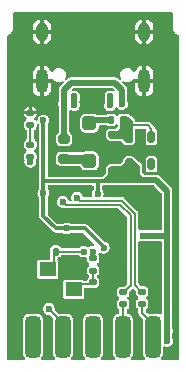
<source format=gbr>
%TF.GenerationSoftware,KiCad,Pcbnew,(6.0.1-0)*%
%TF.CreationDate,2023-04-29T18:47:22+02:00*%
%TF.ProjectId,picoprobe,7069636f-7072-46f6-9265-2e6b69636164,rev?*%
%TF.SameCoordinates,Original*%
%TF.FileFunction,Copper,L2,Bot*%
%TF.FilePolarity,Positive*%
%FSLAX46Y46*%
G04 Gerber Fmt 4.6, Leading zero omitted, Abs format (unit mm)*
G04 Created by KiCad (PCBNEW (6.0.1-0)) date 2023-04-29 18:47:22*
%MOMM*%
%LPD*%
G01*
G04 APERTURE LIST*
G04 Aperture macros list*
%AMRoundRect*
0 Rectangle with rounded corners*
0 $1 Rounding radius*
0 $2 $3 $4 $5 $6 $7 $8 $9 X,Y pos of 4 corners*
0 Add a 4 corners polygon primitive as box body*
4,1,4,$2,$3,$4,$5,$6,$7,$8,$9,$2,$3,0*
0 Add four circle primitives for the rounded corners*
1,1,$1+$1,$2,$3*
1,1,$1+$1,$4,$5*
1,1,$1+$1,$6,$7*
1,1,$1+$1,$8,$9*
0 Add four rect primitives between the rounded corners*
20,1,$1+$1,$2,$3,$4,$5,0*
20,1,$1+$1,$4,$5,$6,$7,0*
20,1,$1+$1,$6,$7,$8,$9,0*
20,1,$1+$1,$8,$9,$2,$3,0*%
G04 Aperture macros list end*
%TA.AperFunction,SMDPad,CuDef*%
%ADD10RoundRect,0.325000X-0.325000X-1.425000X0.325000X-1.425000X0.325000X1.425000X-0.325000X1.425000X0*%
%TD*%
%TA.AperFunction,ComponentPad*%
%ADD11O,1.000000X1.600000*%
%TD*%
%TA.AperFunction,ComponentPad*%
%ADD12O,1.000000X2.100000*%
%TD*%
%TA.AperFunction,SMDPad,CuDef*%
%ADD13RoundRect,0.300000X-0.300000X-0.300000X0.300000X-0.300000X0.300000X0.300000X-0.300000X0.300000X0*%
%TD*%
%TA.AperFunction,SMDPad,CuDef*%
%ADD14RoundRect,0.140000X0.140000X0.170000X-0.140000X0.170000X-0.140000X-0.170000X0.140000X-0.170000X0*%
%TD*%
%TA.AperFunction,SMDPad,CuDef*%
%ADD15RoundRect,0.135000X0.185000X-0.135000X0.185000X0.135000X-0.185000X0.135000X-0.185000X-0.135000X0*%
%TD*%
%TA.AperFunction,SMDPad,CuDef*%
%ADD16RoundRect,0.135000X0.135000X0.185000X-0.135000X0.185000X-0.135000X-0.185000X0.135000X-0.185000X0*%
%TD*%
%TA.AperFunction,SMDPad,CuDef*%
%ADD17RoundRect,0.140000X-0.170000X0.140000X-0.170000X-0.140000X0.170000X-0.140000X0.170000X0.140000X0*%
%TD*%
%TA.AperFunction,SMDPad,CuDef*%
%ADD18RoundRect,0.135000X-0.135000X-0.185000X0.135000X-0.185000X0.135000X0.185000X-0.135000X0.185000X0*%
%TD*%
%TA.AperFunction,SMDPad,CuDef*%
%ADD19RoundRect,0.135000X-0.185000X0.135000X-0.185000X-0.135000X0.185000X-0.135000X0.185000X0.135000X0*%
%TD*%
%TA.AperFunction,SMDPad,CuDef*%
%ADD20R,1.400000X1.200000*%
%TD*%
%TA.AperFunction,SMDPad,CuDef*%
%ADD21RoundRect,0.200000X-0.275000X0.200000X-0.275000X-0.200000X0.275000X-0.200000X0.275000X0.200000X0*%
%TD*%
%TA.AperFunction,SMDPad,CuDef*%
%ADD22RoundRect,0.150000X-0.150000X0.350000X-0.150000X-0.350000X0.150000X-0.350000X0.150000X0.350000X0*%
%TD*%
%TA.AperFunction,SMDPad,CuDef*%
%ADD23RoundRect,0.140000X0.170000X-0.140000X0.170000X0.140000X-0.170000X0.140000X-0.170000X-0.140000X0*%
%TD*%
%TA.AperFunction,ViaPad*%
%ADD24C,0.600000*%
%TD*%
%TA.AperFunction,Conductor*%
%ADD25C,0.500000*%
%TD*%
%TA.AperFunction,Conductor*%
%ADD26C,0.200000*%
%TD*%
%TA.AperFunction,Conductor*%
%ADD27C,0.300000*%
%TD*%
%TA.AperFunction,Conductor*%
%ADD28C,0.800000*%
%TD*%
G04 APERTURE END LIST*
D10*
%TO.P,J2,2,Pin_2*%
%TO.N,/TARGET_SWDIO*%
X165230000Y-111400000D03*
%TO.P,J2,4,Pin_4*%
%TO.N,/TARGET_SWCLK*%
X162690000Y-111400000D03*
%TO.P,J2,6,Pin_6*%
%TO.N,unconnected-(J2-Pad6)*%
X160150000Y-111400000D03*
%TO.P,J2,8,Pin_8*%
%TO.N,/TARGET_RX*%
X157610000Y-111400000D03*
%TO.P,J2,10,Pin_10*%
%TO.N,unconnected-(J2-Pad10)*%
X155070000Y-111400000D03*
%TD*%
D11*
%TO.P,J1,S1,SHIELD*%
%TO.N,GND*%
X155830000Y-85600000D03*
D12*
X164470000Y-89780000D03*
D11*
X164470000Y-85600000D03*
D12*
X155830000Y-89780000D03*
%TD*%
D13*
%TO.P,D1,1,K*%
%TO.N,Net-(D1-Pad1)*%
X159850000Y-93330000D03*
%TO.P,D1,2,A*%
%TO.N,Net-(D1-Pad2)*%
X159850000Y-96530000D03*
%TD*%
D14*
%TO.P,C16,1*%
%TO.N,Net-(C16-Pad1)*%
X156980000Y-104200000D03*
%TO.P,C16,2*%
%TO.N,GND*%
X156020000Y-104200000D03*
%TD*%
D15*
%TO.P,R8,1*%
%TO.N,/BOOT*%
X154850000Y-93460000D03*
%TO.P,R8,2*%
%TO.N,GND*%
X154850000Y-92440000D03*
%TD*%
%TO.P,R7,1*%
%TO.N,/QSPI_SS*%
X154850000Y-96160000D03*
%TO.P,R7,2*%
%TO.N,/BOOT*%
X154850000Y-95140000D03*
%TD*%
D16*
%TO.P,R2,1*%
%TO.N,Net-(J1-PadA5)*%
X161600000Y-91150000D03*
%TO.P,R2,2*%
%TO.N,GND*%
X160580000Y-91150000D03*
%TD*%
D15*
%TO.P,R11,1*%
%TO.N,/TARGET_SWDIO*%
X164300000Y-108610000D03*
%TO.P,R11,2*%
%TO.N,Net-(R11-Pad2)*%
X164300000Y-107590000D03*
%TD*%
D17*
%TO.P,C1,1*%
%TO.N,+5V*%
X161750000Y-94270000D03*
%TO.P,C1,2*%
%TO.N,GND*%
X161750000Y-95230000D03*
%TD*%
D18*
%TO.P,R1,1*%
%TO.N,Net-(J1-PadB5)*%
X158550000Y-91150000D03*
%TO.P,R1,2*%
%TO.N,GND*%
X159570000Y-91150000D03*
%TD*%
D17*
%TO.P,C15,1*%
%TO.N,Net-(C15-Pad1)*%
X160150000Y-106820000D03*
%TO.P,C15,2*%
%TO.N,GND*%
X160150000Y-107780000D03*
%TD*%
D19*
%TO.P,R3,1*%
%TO.N,Net-(R3-Pad1)*%
X160150000Y-104790000D03*
%TO.P,R3,2*%
%TO.N,Net-(C15-Pad1)*%
X160150000Y-105810000D03*
%TD*%
D20*
%TO.P,Y1,1,1*%
%TO.N,Net-(C15-Pad1)*%
X158500000Y-107400000D03*
%TO.P,Y1,2,2*%
%TO.N,GND*%
X156300000Y-107400000D03*
%TO.P,Y1,3,3*%
%TO.N,Net-(C16-Pad1)*%
X156300000Y-105700000D03*
%TO.P,Y1,4,4*%
%TO.N,GND*%
X158500000Y-105700000D03*
%TD*%
D15*
%TO.P,R10,1*%
%TO.N,/TARGET_SWCLK*%
X162700000Y-108660000D03*
%TO.P,R10,2*%
%TO.N,Net-(R10-Pad2)*%
X162700000Y-107640000D03*
%TD*%
D21*
%TO.P,F1,1*%
%TO.N,VBUS*%
X157700000Y-94685000D03*
%TO.P,F1,2*%
%TO.N,Net-(D1-Pad2)*%
X157700000Y-96335000D03*
%TD*%
D22*
%TO.P,U1,1,IN*%
%TO.N,+5V*%
X163200000Y-94500000D03*
%TO.P,U1,2,GND*%
%TO.N,GND*%
X164150000Y-94500000D03*
%TO.P,U1,3,EN*%
%TO.N,+5V*%
X165100000Y-94500000D03*
%TO.P,U1,4,NC*%
%TO.N,unconnected-(U1-Pad4)*%
X165100000Y-96800000D03*
%TO.P,U1,5,OUT*%
%TO.N,+3V3*%
X163200000Y-96800000D03*
%TD*%
D18*
%TO.P,FB1,1*%
%TO.N,Net-(D1-Pad1)*%
X161690000Y-93050000D03*
%TO.P,FB1,2*%
%TO.N,+5V*%
X162710000Y-93050000D03*
%TD*%
D23*
%TO.P,C2,1*%
%TO.N,+3V3*%
X161750000Y-97280000D03*
%TO.P,C2,2*%
%TO.N,GND*%
X161750000Y-96320000D03*
%TD*%
D24*
%TO.N,GND*%
X162600000Y-106450000D03*
X166100000Y-96500000D03*
X166100000Y-97600000D03*
X154950000Y-100200000D03*
X160050000Y-95350000D03*
X154050000Y-92750000D03*
X161300000Y-99300000D03*
X164750000Y-104550000D03*
X159850000Y-94500000D03*
X156050000Y-91700000D03*
X162750000Y-95650000D03*
X155550000Y-104500000D03*
X160150000Y-101850000D03*
X158000000Y-99300000D03*
X158150000Y-101400000D03*
X158900000Y-100900000D03*
X161400000Y-103100000D03*
X162650000Y-101600000D03*
X165150000Y-99150000D03*
X163400000Y-91700000D03*
X163550000Y-109250000D03*
X155650000Y-102250000D03*
X157250000Y-106800000D03*
X156700000Y-94600000D03*
X158000000Y-103400000D03*
X164550000Y-100550000D03*
X158900000Y-103100000D03*
X156725000Y-95800000D03*
X156850000Y-91700000D03*
X159250000Y-92250000D03*
X163850000Y-95350000D03*
X166950000Y-112950000D03*
X156900000Y-108350000D03*
X155200000Y-108250000D03*
X164200000Y-91700000D03*
X162650000Y-104350000D03*
X155150000Y-106050000D03*
X163950000Y-112900000D03*
X158500000Y-106350000D03*
X161400000Y-100900000D03*
%TO.N,+3V3*%
X163800000Y-97100000D03*
X164350000Y-102850000D03*
X155950000Y-99250000D03*
X155950000Y-93100000D03*
X163700000Y-97950000D03*
X160550000Y-99300000D03*
X162950000Y-97700000D03*
X166400000Y-111775000D03*
X166400000Y-110950000D03*
X161050000Y-103876500D03*
X157950000Y-102250000D03*
%TO.N,Net-(C16-Pad1)*%
X159350000Y-104200000D03*
%TO.N,VBUS*%
X162600000Y-91700000D03*
X157703738Y-91700000D03*
%TO.N,/TARGET_RX*%
X156400000Y-109050000D03*
%TO.N,Net-(R3-Pad1)*%
X160150000Y-104200000D03*
%TO.N,/QSPI_SS*%
X154850000Y-96600000D03*
%TO.N,Net-(R10-Pad2)*%
X157600000Y-100000000D03*
%TO.N,Net-(R11-Pad2)*%
X158800000Y-99650000D03*
%TO.N,Net-(J1-PadA5)*%
X161593403Y-91816713D03*
%TO.N,Net-(J1-PadB5)*%
X158550000Y-91800000D03*
%TD*%
D25*
%TO.N,+3V3*%
X166400000Y-110950000D02*
X166400000Y-102750000D01*
X166400000Y-110950000D02*
X166400000Y-111775000D01*
D26*
%TO.N,+5V*%
X165100000Y-94500000D02*
X165100000Y-93800000D01*
X165100000Y-93800000D02*
X164800000Y-93500000D01*
X163160000Y-93500000D02*
X162710000Y-93050000D01*
X164800000Y-93500000D02*
X163160000Y-93500000D01*
D27*
%TO.N,+3V3*%
X160550000Y-98250000D02*
X155950000Y-98250000D01*
X161050000Y-103876500D02*
X161050000Y-103850000D01*
X161050000Y-103850000D02*
X159450000Y-102250000D01*
D25*
X164350000Y-102850000D02*
X166300000Y-102850000D01*
D27*
X155950000Y-98250000D02*
X155950000Y-93100000D01*
X163400000Y-98250000D02*
X160550000Y-98250000D01*
D25*
X165500000Y-98150000D02*
X163400000Y-98150000D01*
D27*
X155950000Y-98700000D02*
X155950000Y-99250000D01*
D25*
X166400000Y-102750000D02*
X166400000Y-99050000D01*
D27*
X155950000Y-98700000D02*
X155950000Y-98250000D01*
D25*
X166300000Y-102850000D02*
X166400000Y-102750000D01*
D27*
X160550000Y-99300000D02*
X160550000Y-98250000D01*
X157000000Y-102250000D02*
X155950000Y-101200000D01*
D25*
X163400000Y-98150000D02*
X162950000Y-97700000D01*
D27*
X159450000Y-102250000D02*
X157950000Y-102250000D01*
X155950000Y-101200000D02*
X155950000Y-99250000D01*
D25*
X166400000Y-99050000D02*
X165500000Y-98150000D01*
D27*
X157950000Y-102250000D02*
X157000000Y-102250000D01*
X163700000Y-97950000D02*
X163400000Y-98250000D01*
D26*
%TO.N,Net-(C16-Pad1)*%
X156830000Y-104200000D02*
X156830000Y-105170000D01*
X159350000Y-104200000D02*
X156980000Y-104200000D01*
D25*
%TO.N,VBUS*%
X157700000Y-91703738D02*
X157703738Y-91700000D01*
X162000000Y-89900000D02*
X158300000Y-89900000D01*
X157700000Y-91696262D02*
X157703738Y-91700000D01*
X157700000Y-90500000D02*
X157700000Y-91696262D01*
X162600000Y-90500000D02*
X162000000Y-89900000D01*
X162600000Y-91700000D02*
X162600000Y-90500000D01*
X158300000Y-89900000D02*
X157700000Y-90500000D01*
X157700000Y-94685000D02*
X157700000Y-91703738D01*
D26*
%TO.N,/TARGET_SWDIO*%
X165230000Y-110330000D02*
X165230000Y-111650000D01*
X164300000Y-108610000D02*
X164300000Y-109400000D01*
X164300000Y-109400000D02*
X165230000Y-110330000D01*
%TO.N,/TARGET_SWCLK*%
X162700000Y-108660000D02*
X162690000Y-108670000D01*
X162690000Y-108670000D02*
X162690000Y-111650000D01*
%TO.N,/TARGET_RX*%
X156400000Y-109050000D02*
X157610000Y-110260000D01*
X157610000Y-110260000D02*
X157610000Y-111650000D01*
%TO.N,Net-(R3-Pad1)*%
X160150000Y-104790000D02*
X160150000Y-104200000D01*
%TO.N,/QSPI_SS*%
X154850000Y-96600000D02*
X154850000Y-96160000D01*
%TO.N,/BOOT*%
X154850000Y-95140000D02*
X154850000Y-93460000D01*
%TO.N,Net-(R10-Pad2)*%
X162760000Y-107640000D02*
X162700000Y-107640000D01*
X157850000Y-100250000D02*
X162450000Y-100250000D01*
X157600000Y-100000000D02*
X157850000Y-100250000D01*
X163350000Y-107050000D02*
X162760000Y-107640000D01*
X162450000Y-100250000D02*
X163350000Y-101150000D01*
X163350000Y-101150000D02*
X163350000Y-107050000D01*
%TO.N,Net-(R11-Pad2)*%
X162600000Y-99900000D02*
X163700000Y-101000000D01*
X158800000Y-99650000D02*
X159050000Y-99900000D01*
X159050000Y-99900000D02*
X162600000Y-99900000D01*
X164240000Y-107590000D02*
X164350000Y-107590000D01*
X163700000Y-107050000D02*
X164240000Y-107590000D01*
X163700000Y-101000000D02*
X163700000Y-107050000D01*
D25*
%TO.N,Net-(D1-Pad1)*%
X160130000Y-93090000D02*
X159850000Y-93370000D01*
X161690000Y-93050000D02*
X160130000Y-93050000D01*
D28*
%TO.N,Net-(D1-Pad2)*%
X157700000Y-96335000D02*
X159625000Y-96335000D01*
D25*
X159625000Y-96375000D02*
X159850000Y-96600000D01*
D26*
%TO.N,Net-(C15-Pad1)*%
X160150000Y-106820000D02*
X160150000Y-105810000D01*
X160150000Y-106970000D02*
X158930000Y-106970000D01*
D25*
%TO.N,Net-(J1-PadA5)*%
X161600000Y-91150000D02*
X161600000Y-91810116D01*
X161600000Y-91810116D02*
X161593403Y-91816713D01*
%TO.N,Net-(J1-PadB5)*%
X158550000Y-91150000D02*
X158550000Y-91800000D01*
%TD*%
%TA.AperFunction,Conductor*%
%TO.N,GND*%
G36*
X163569945Y-107351769D02*
G01*
X163595003Y-107369974D01*
X163750505Y-107525477D01*
X163778281Y-107579992D01*
X163779500Y-107595479D01*
X163779500Y-107764316D01*
X163785932Y-107813173D01*
X163789135Y-107820041D01*
X163789135Y-107820042D01*
X163812451Y-107870042D01*
X163835935Y-107920404D01*
X163919596Y-108004065D01*
X163932919Y-108010277D01*
X163977664Y-108052005D01*
X163989338Y-108112067D01*
X163963479Y-108167519D01*
X163932920Y-108189722D01*
X163919596Y-108195935D01*
X163835935Y-108279596D01*
X163832275Y-108287444D01*
X163832274Y-108287446D01*
X163812619Y-108329596D01*
X163785932Y-108386827D01*
X163779500Y-108435684D01*
X163779500Y-108784316D01*
X163785932Y-108833173D01*
X163789135Y-108840041D01*
X163789135Y-108840042D01*
X163824120Y-108915066D01*
X163835935Y-108940404D01*
X163919596Y-109024065D01*
X163942340Y-109034671D01*
X163987087Y-109076397D01*
X163999500Y-109124394D01*
X163999500Y-109346492D01*
X163999197Y-109350617D01*
X163997575Y-109355342D01*
X163999430Y-109404761D01*
X163999500Y-109408474D01*
X163999500Y-109427948D01*
X164000325Y-109432378D01*
X164000661Y-109437571D01*
X164001774Y-109467208D01*
X164005380Y-109475602D01*
X164005381Y-109475605D01*
X164006317Y-109477783D01*
X164012683Y-109498734D01*
X164014791Y-109510053D01*
X164019588Y-109517835D01*
X164028768Y-109532728D01*
X164035451Y-109545595D01*
X164045964Y-109570063D01*
X164049978Y-109574949D01*
X164054342Y-109579313D01*
X164068613Y-109597368D01*
X164073532Y-109605348D01*
X164096769Y-109623018D01*
X164106839Y-109631810D01*
X164350504Y-109875475D01*
X164378281Y-109929992D01*
X164379500Y-109945479D01*
X164379501Y-112865828D01*
X164389871Y-112951528D01*
X164442872Y-113085395D01*
X164529922Y-113200078D01*
X164558993Y-113222144D01*
X164593912Y-113272386D01*
X164592630Y-113333558D01*
X164555638Y-113382294D01*
X164499137Y-113400000D01*
X163420863Y-113400000D01*
X163362672Y-113381093D01*
X163326708Y-113331593D01*
X163326708Y-113270407D01*
X163361007Y-113222144D01*
X163390078Y-113200078D01*
X163477128Y-113085395D01*
X163530129Y-112951528D01*
X163540500Y-112865829D01*
X163540499Y-109934172D01*
X163533397Y-109875475D01*
X163530893Y-109854785D01*
X163530893Y-109854784D01*
X163530129Y-109848472D01*
X163477128Y-109714605D01*
X163390078Y-109599922D01*
X163350741Y-109570063D01*
X163280772Y-109516953D01*
X163280770Y-109516952D01*
X163275395Y-109512872D01*
X163264333Y-109508492D01*
X163236412Y-109497438D01*
X163141528Y-109459871D01*
X163114041Y-109456545D01*
X163077606Y-109452135D01*
X163022108Y-109426373D01*
X162992352Y-109372911D01*
X162990500Y-109353852D01*
X162990500Y-109179057D01*
X163009407Y-109120866D01*
X163047657Y-109089335D01*
X163080404Y-109074065D01*
X163164065Y-108990404D01*
X163184526Y-108946527D01*
X163210865Y-108890042D01*
X163210865Y-108890041D01*
X163214068Y-108883173D01*
X163220500Y-108834316D01*
X163220500Y-108485684D01*
X163214068Y-108436827D01*
X163210865Y-108429958D01*
X163167726Y-108337446D01*
X163167725Y-108337444D01*
X163164065Y-108329596D01*
X163080404Y-108245935D01*
X163067081Y-108239723D01*
X163022336Y-108197995D01*
X163010662Y-108137933D01*
X163036521Y-108082481D01*
X163067080Y-108060278D01*
X163080404Y-108054065D01*
X163164065Y-107970404D01*
X163184526Y-107926527D01*
X163210865Y-107870042D01*
X163210865Y-107870041D01*
X163214068Y-107863173D01*
X163220500Y-107814316D01*
X163220500Y-107645479D01*
X163239407Y-107587288D01*
X163249496Y-107575475D01*
X163454996Y-107369975D01*
X163509513Y-107342198D01*
X163569945Y-107351769D01*
G37*
%TD.AperFunction*%
%TA.AperFunction,Conductor*%
G36*
X166859191Y-83918907D02*
G01*
X166895155Y-83968407D01*
X166900000Y-83999000D01*
X166900000Y-85115625D01*
X166898098Y-85134939D01*
X166895102Y-85150001D01*
X166897005Y-85159567D01*
X166897005Y-85160144D01*
X166898092Y-85167475D01*
X166910852Y-85297026D01*
X166912263Y-85301678D01*
X166912264Y-85301682D01*
X166946489Y-85414505D01*
X166953738Y-85438401D01*
X166956032Y-85442692D01*
X166956032Y-85442693D01*
X166958337Y-85447005D01*
X167023381Y-85568694D01*
X167117104Y-85682896D01*
X167120868Y-85685985D01*
X167217977Y-85765680D01*
X167231306Y-85776619D01*
X167235594Y-85778911D01*
X167347668Y-85838816D01*
X167390075Y-85882922D01*
X167400000Y-85926126D01*
X167400000Y-113301000D01*
X167381093Y-113359191D01*
X167331593Y-113395155D01*
X167301000Y-113400000D01*
X165960863Y-113400000D01*
X165902672Y-113381093D01*
X165866708Y-113331593D01*
X165866708Y-113270407D01*
X165901007Y-113222144D01*
X165930078Y-113200078D01*
X166017128Y-113085395D01*
X166070129Y-112951528D01*
X166080500Y-112865829D01*
X166080500Y-112334230D01*
X166099407Y-112276039D01*
X166148907Y-112240075D01*
X166209021Y-112239734D01*
X166272115Y-112259445D01*
X166312425Y-112272039D01*
X166312426Y-112272039D01*
X166319157Y-112274142D01*
X166390828Y-112275456D01*
X166455445Y-112276641D01*
X166455447Y-112276641D01*
X166462499Y-112276770D01*
X166469302Y-112274915D01*
X166469304Y-112274915D01*
X166544503Y-112254413D01*
X166600817Y-112239060D01*
X166722991Y-112164045D01*
X166819200Y-112057754D01*
X166881710Y-111928733D01*
X166905496Y-111787354D01*
X166905647Y-111775000D01*
X166885323Y-111633082D01*
X166882402Y-111626657D01*
X166859378Y-111576017D01*
X166850500Y-111535042D01*
X166850500Y-111190870D01*
X166860406Y-111147705D01*
X166878635Y-111110079D01*
X166881710Y-111103733D01*
X166905496Y-110962354D01*
X166905647Y-110950000D01*
X166885323Y-110808082D01*
X166882402Y-110801657D01*
X166859378Y-110751017D01*
X166850500Y-110710042D01*
X166850500Y-102761459D01*
X166850576Y-102757572D01*
X166850990Y-102747039D01*
X166852838Y-102700006D01*
X166851041Y-102693227D01*
X166850500Y-102683407D01*
X166850500Y-99082626D01*
X166851186Y-99070990D01*
X166854494Y-99043037D01*
X166855364Y-99035689D01*
X166854035Y-99028413D01*
X166854035Y-99028409D01*
X166844750Y-98977573D01*
X166844239Y-98974505D01*
X166836549Y-98923355D01*
X166835449Y-98916038D01*
X166832321Y-98909525D01*
X166831025Y-98902427D01*
X166813483Y-98868656D01*
X166803793Y-98850002D01*
X166802403Y-98847221D01*
X166780012Y-98800592D01*
X166776809Y-98793921D01*
X166772705Y-98789481D01*
X166771180Y-98787218D01*
X166768579Y-98782211D01*
X166764275Y-98777172D01*
X166726643Y-98739540D01*
X166723949Y-98736737D01*
X166689876Y-98699876D01*
X166689873Y-98699874D01*
X166684854Y-98694444D01*
X166678790Y-98690922D01*
X166671465Y-98684362D01*
X165841619Y-97854516D01*
X165833877Y-97845803D01*
X165822281Y-97831093D01*
X165811872Y-97817890D01*
X165763251Y-97784286D01*
X165760728Y-97782483D01*
X165719139Y-97751764D01*
X165719137Y-97751763D01*
X165713184Y-97747366D01*
X165706368Y-97744973D01*
X165700431Y-97740869D01*
X165693372Y-97738636D01*
X165693371Y-97738636D01*
X165673027Y-97732202D01*
X165644071Y-97723044D01*
X165641186Y-97722082D01*
X165585369Y-97702481D01*
X165579327Y-97702244D01*
X165576653Y-97701723D01*
X165571270Y-97700020D01*
X165564663Y-97699500D01*
X165511459Y-97699500D01*
X165507572Y-97699424D01*
X165457397Y-97697452D01*
X165457394Y-97697452D01*
X165450006Y-97697162D01*
X165443228Y-97698959D01*
X165433403Y-97699500D01*
X164523350Y-97699500D01*
X164465159Y-97680593D01*
X164453346Y-97670504D01*
X164328996Y-97546154D01*
X164301219Y-97491637D01*
X164300000Y-97476150D01*
X164300000Y-97183218D01*
X164599500Y-97183218D01*
X164609642Y-97252112D01*
X164661068Y-97356855D01*
X164743650Y-97439293D01*
X164848482Y-97490536D01*
X164856084Y-97491645D01*
X164856087Y-97491646D01*
X164913237Y-97499983D01*
X164913239Y-97499983D01*
X164916782Y-97500500D01*
X165283218Y-97500500D01*
X165286801Y-97499972D01*
X165286808Y-97499972D01*
X165344499Y-97491479D01*
X165344501Y-97491478D01*
X165352112Y-97490358D01*
X165381051Y-97476150D01*
X165420751Y-97456658D01*
X165456855Y-97438932D01*
X165539293Y-97356350D01*
X165590536Y-97251518D01*
X165591645Y-97243916D01*
X165591646Y-97243913D01*
X165599983Y-97186763D01*
X165599983Y-97186761D01*
X165600500Y-97183218D01*
X165600500Y-96416782D01*
X165596564Y-96390040D01*
X165591479Y-96355501D01*
X165591478Y-96355499D01*
X165590358Y-96347888D01*
X165538932Y-96243145D01*
X165456350Y-96160707D01*
X165351518Y-96109464D01*
X165343916Y-96108355D01*
X165343913Y-96108354D01*
X165286763Y-96100017D01*
X165286761Y-96100017D01*
X165283218Y-96099500D01*
X164916782Y-96099500D01*
X164913199Y-96100028D01*
X164913192Y-96100028D01*
X164855501Y-96108521D01*
X164855499Y-96108522D01*
X164847888Y-96109642D01*
X164743145Y-96161068D01*
X164660707Y-96243650D01*
X164609464Y-96348482D01*
X164608355Y-96356084D01*
X164608354Y-96356087D01*
X164605499Y-96375661D01*
X164599500Y-96416782D01*
X164599500Y-97183218D01*
X164300000Y-97183218D01*
X164300000Y-97153291D01*
X164301372Y-97136866D01*
X164304862Y-97116124D01*
X164304862Y-97116120D01*
X164305496Y-97112354D01*
X164305647Y-97100000D01*
X164301000Y-97067550D01*
X164300000Y-97053517D01*
X164300000Y-96957952D01*
X164299387Y-96949534D01*
X164298018Y-96930755D01*
X164298018Y-96930752D01*
X164297887Y-96928959D01*
X164292591Y-96892812D01*
X164288794Y-96882754D01*
X164278985Y-96856776D01*
X164262371Y-96812774D01*
X164223667Y-96753255D01*
X164186158Y-96710435D01*
X164071730Y-96612354D01*
X163629316Y-96233141D01*
X163623802Y-96228040D01*
X163562141Y-96166487D01*
X163562138Y-96166485D01*
X163556350Y-96160707D01*
X163451518Y-96109464D01*
X163443916Y-96108355D01*
X163443913Y-96108354D01*
X163386763Y-96100017D01*
X163386761Y-96100017D01*
X163383218Y-96099500D01*
X163016782Y-96099500D01*
X163013199Y-96100028D01*
X163013192Y-96100028D01*
X162955501Y-96108521D01*
X162955499Y-96108522D01*
X162947888Y-96109642D01*
X162843145Y-96161068D01*
X162760707Y-96243650D01*
X162709464Y-96348482D01*
X162708355Y-96356084D01*
X162708354Y-96356087D01*
X162705499Y-96375661D01*
X162699500Y-96416782D01*
X162699500Y-96476650D01*
X162680593Y-96534841D01*
X162670504Y-96546654D01*
X162446154Y-96771004D01*
X162391637Y-96798781D01*
X162376150Y-96800000D01*
X161967529Y-96800000D01*
X161962431Y-96799833D01*
X161959901Y-96799500D01*
X161750033Y-96799500D01*
X161540100Y-96799501D01*
X161536890Y-96799924D01*
X161536883Y-96799924D01*
X161498025Y-96805039D01*
X161498024Y-96805039D01*
X161490513Y-96806028D01*
X161465337Y-96817768D01*
X161389534Y-96853115D01*
X161389532Y-96853116D01*
X161381684Y-96856776D01*
X161296776Y-96941684D01*
X161293116Y-96949532D01*
X161293115Y-96949534D01*
X161249231Y-97043644D01*
X161246028Y-97050513D01*
X161239500Y-97100099D01*
X161239501Y-97459900D01*
X161241640Y-97476150D01*
X161242162Y-97480113D01*
X161231009Y-97540273D01*
X161217594Y-97559258D01*
X160940872Y-97866727D01*
X160887891Y-97897332D01*
X160867286Y-97899500D01*
X160569710Y-97899500D01*
X160561167Y-97899131D01*
X160530273Y-97896455D01*
X160530272Y-97896455D01*
X160522120Y-97895749D01*
X160514178Y-97897722D01*
X160506021Y-97898364D01*
X160506004Y-97898142D01*
X160494908Y-97899500D01*
X156399500Y-97899500D01*
X156341309Y-97880593D01*
X156305345Y-97831093D01*
X156300500Y-97800500D01*
X156300500Y-96103481D01*
X157024500Y-96103481D01*
X157024501Y-96566518D01*
X157025110Y-96570361D01*
X157025110Y-96570366D01*
X157030947Y-96607217D01*
X157039354Y-96660304D01*
X157042890Y-96667243D01*
X157090194Y-96760082D01*
X157096950Y-96773342D01*
X157186658Y-96863050D01*
X157193595Y-96866585D01*
X157193597Y-96866586D01*
X157255433Y-96898093D01*
X157299696Y-96920646D01*
X157307390Y-96921865D01*
X157307391Y-96921865D01*
X157389635Y-96934891D01*
X157389637Y-96934891D01*
X157393481Y-96935500D01*
X158986380Y-96935500D01*
X159044571Y-96954407D01*
X159079080Y-96999749D01*
X159103884Y-97065914D01*
X159106474Y-97072824D01*
X159192454Y-97187546D01*
X159307176Y-97273526D01*
X159313782Y-97276003D01*
X159313785Y-97276004D01*
X159365683Y-97295459D01*
X159441420Y-97323851D01*
X159502623Y-97330500D01*
X159849870Y-97330500D01*
X160197376Y-97330499D01*
X160200035Y-97330210D01*
X160200038Y-97330210D01*
X160252405Y-97324522D01*
X160252407Y-97324522D01*
X160258580Y-97323851D01*
X160317678Y-97301697D01*
X160386215Y-97276004D01*
X160386218Y-97276003D01*
X160392824Y-97273526D01*
X160507546Y-97187546D01*
X160593526Y-97072824D01*
X160596117Y-97065914D01*
X160628002Y-96980857D01*
X160643851Y-96938580D01*
X160650500Y-96877377D01*
X160650499Y-96182624D01*
X160648158Y-96161068D01*
X160644522Y-96127595D01*
X160644522Y-96127593D01*
X160643851Y-96121420D01*
X160604853Y-96017391D01*
X160596004Y-95993785D01*
X160596003Y-95993782D01*
X160593526Y-95987176D01*
X160507546Y-95872454D01*
X160392824Y-95786474D01*
X160386218Y-95783997D01*
X160386215Y-95783996D01*
X160303237Y-95752890D01*
X160258580Y-95736149D01*
X160197377Y-95729500D01*
X159850130Y-95729500D01*
X159502624Y-95729501D01*
X159461930Y-95733921D01*
X159451242Y-95734500D01*
X157660639Y-95734500D01*
X157660636Y-95734501D01*
X157393482Y-95734501D01*
X157389639Y-95735110D01*
X157389634Y-95735110D01*
X157352783Y-95740947D01*
X157299696Y-95749354D01*
X157243177Y-95778152D01*
X157193597Y-95803414D01*
X157193595Y-95803415D01*
X157186658Y-95806950D01*
X157096950Y-95896658D01*
X157093415Y-95903595D01*
X157093414Y-95903597D01*
X157049937Y-95988925D01*
X157039354Y-96009696D01*
X157038135Y-96017390D01*
X157038135Y-96017391D01*
X157025109Y-96099635D01*
X157024500Y-96103481D01*
X156300500Y-96103481D01*
X156300500Y-93496804D01*
X156319407Y-93438613D01*
X156326102Y-93430368D01*
X156364468Y-93387982D01*
X156364468Y-93387981D01*
X156369200Y-93382754D01*
X156431710Y-93253733D01*
X156433291Y-93244339D01*
X156454862Y-93116124D01*
X156454862Y-93116120D01*
X156455496Y-93112354D01*
X156455647Y-93100000D01*
X156435323Y-92958082D01*
X156389504Y-92857308D01*
X156378905Y-92833996D01*
X156378904Y-92833995D01*
X156375984Y-92827572D01*
X156299956Y-92739338D01*
X156287005Y-92724307D01*
X156287004Y-92724306D01*
X156282400Y-92718963D01*
X156162095Y-92640985D01*
X156024739Y-92599907D01*
X155941497Y-92599398D01*
X155888427Y-92599074D01*
X155888426Y-92599074D01*
X155881376Y-92599031D01*
X155874599Y-92600968D01*
X155874598Y-92600968D01*
X155750309Y-92636490D01*
X155750307Y-92636491D01*
X155743529Y-92638428D01*
X155622280Y-92714930D01*
X155617613Y-92720214D01*
X155617611Y-92720216D01*
X155532044Y-92817103D01*
X155532042Y-92817105D01*
X155527377Y-92822388D01*
X155466447Y-92952163D01*
X155465362Y-92959132D01*
X155465361Y-92959135D01*
X155452003Y-93044935D01*
X155424369Y-93099524D01*
X155369926Y-93127445D01*
X155309469Y-93118032D01*
X155284178Y-93099709D01*
X155230404Y-93045935D01*
X155216491Y-93039447D01*
X155171744Y-92997719D01*
X155160070Y-92937658D01*
X155185929Y-92882205D01*
X155216493Y-92859999D01*
X155222265Y-92857308D01*
X155236235Y-92847526D01*
X155307526Y-92776235D01*
X155317309Y-92762262D01*
X155360375Y-92669909D01*
X155364566Y-92655530D01*
X155369577Y-92617468D01*
X155370000Y-92611014D01*
X155370000Y-92555680D01*
X155365878Y-92542995D01*
X155361757Y-92540000D01*
X154345681Y-92540000D01*
X154332996Y-92544122D01*
X154330001Y-92548243D01*
X154330001Y-92611012D01*
X154330424Y-92617471D01*
X154335434Y-92655532D01*
X154339624Y-92669907D01*
X154382691Y-92762262D01*
X154392474Y-92776235D01*
X154463765Y-92847526D01*
X154477735Y-92857308D01*
X154483507Y-92859999D01*
X154528255Y-92901727D01*
X154539930Y-92961788D01*
X154514072Y-93017241D01*
X154483509Y-93039447D01*
X154469596Y-93045935D01*
X154385935Y-93129596D01*
X154382275Y-93137444D01*
X154382274Y-93137446D01*
X154353338Y-93199500D01*
X154335932Y-93236827D01*
X154329500Y-93285684D01*
X154329500Y-93634316D01*
X154335932Y-93683173D01*
X154339135Y-93690041D01*
X154339135Y-93690042D01*
X154379710Y-93777054D01*
X154385935Y-93790404D01*
X154469596Y-93874065D01*
X154492340Y-93884671D01*
X154537087Y-93926397D01*
X154549500Y-93974394D01*
X154549500Y-94625606D01*
X154530593Y-94683797D01*
X154492340Y-94715329D01*
X154469596Y-94725935D01*
X154385935Y-94809596D01*
X154382275Y-94817444D01*
X154382274Y-94817446D01*
X154351604Y-94883218D01*
X154335932Y-94916827D01*
X154329500Y-94965684D01*
X154329500Y-95314316D01*
X154335932Y-95363173D01*
X154385935Y-95470404D01*
X154469596Y-95554065D01*
X154482919Y-95560277D01*
X154527664Y-95602005D01*
X154539338Y-95662067D01*
X154513479Y-95717519D01*
X154482920Y-95739722D01*
X154469596Y-95745935D01*
X154385935Y-95829596D01*
X154382275Y-95837444D01*
X154382274Y-95837446D01*
X154339135Y-95929958D01*
X154335932Y-95936827D01*
X154329500Y-95985684D01*
X154329500Y-96334316D01*
X154335932Y-96383173D01*
X154339134Y-96390039D01*
X154339134Y-96390040D01*
X154354130Y-96422198D01*
X154362227Y-96479268D01*
X154344391Y-96593823D01*
X154345306Y-96600820D01*
X154345306Y-96600821D01*
X154346814Y-96612354D01*
X154362980Y-96735979D01*
X154365821Y-96742435D01*
X154365821Y-96742436D01*
X154396771Y-96812774D01*
X154420720Y-96867203D01*
X154433792Y-96882754D01*
X154508431Y-96971549D01*
X154508434Y-96971551D01*
X154512970Y-96976948D01*
X154518841Y-96980856D01*
X154518842Y-96980857D01*
X154531143Y-96989045D01*
X154632313Y-97056390D01*
X154702995Y-97078472D01*
X154762425Y-97097039D01*
X154762426Y-97097039D01*
X154769157Y-97099142D01*
X154840828Y-97100456D01*
X154905445Y-97101641D01*
X154905447Y-97101641D01*
X154912499Y-97101770D01*
X154919302Y-97099915D01*
X154919304Y-97099915D01*
X155018671Y-97072824D01*
X155050817Y-97064060D01*
X155172991Y-96989045D01*
X155180403Y-96980857D01*
X155264468Y-96887982D01*
X155269200Y-96882754D01*
X155331710Y-96753733D01*
X155335875Y-96728982D01*
X155354862Y-96616124D01*
X155354862Y-96616120D01*
X155355496Y-96612354D01*
X155355647Y-96600000D01*
X155355104Y-96596207D01*
X155338047Y-96477101D01*
X155346323Y-96421228D01*
X155360865Y-96390043D01*
X155360866Y-96390040D01*
X155364068Y-96383173D01*
X155370500Y-96334316D01*
X155370500Y-95985684D01*
X155364068Y-95936827D01*
X155360865Y-95929958D01*
X155317726Y-95837446D01*
X155317725Y-95837444D01*
X155314065Y-95829596D01*
X155230404Y-95745935D01*
X155217081Y-95739723D01*
X155172336Y-95697995D01*
X155160662Y-95637933D01*
X155186521Y-95582481D01*
X155217080Y-95560278D01*
X155230404Y-95554065D01*
X155314065Y-95470404D01*
X155364068Y-95363173D01*
X155370500Y-95314316D01*
X155370500Y-94965684D01*
X155364068Y-94916827D01*
X155348396Y-94883218D01*
X155317726Y-94817446D01*
X155317725Y-94817444D01*
X155314065Y-94809596D01*
X155230404Y-94725935D01*
X155207660Y-94715329D01*
X155162913Y-94673603D01*
X155150500Y-94625606D01*
X155150500Y-93974394D01*
X155169407Y-93916203D01*
X155207660Y-93884671D01*
X155230404Y-93874065D01*
X155314065Y-93790404D01*
X155320291Y-93777054D01*
X155360865Y-93690042D01*
X155360865Y-93690041D01*
X155364068Y-93683173D01*
X155370500Y-93634316D01*
X155370500Y-93460126D01*
X155389407Y-93401935D01*
X155438907Y-93365971D01*
X155500093Y-93365971D01*
X155545283Y-93396424D01*
X155576283Y-93433303D01*
X155599253Y-93490013D01*
X155599500Y-93497005D01*
X155599500Y-98230290D01*
X155599131Y-98238833D01*
X155595749Y-98277880D01*
X155597722Y-98285822D01*
X155598364Y-98293979D01*
X155598142Y-98293996D01*
X155599500Y-98305092D01*
X155599500Y-98853265D01*
X155580593Y-98911456D01*
X155574704Y-98918799D01*
X155532050Y-98967096D01*
X155532048Y-98967099D01*
X155527377Y-98972388D01*
X155466447Y-99102163D01*
X155465362Y-99109132D01*
X155465361Y-99109135D01*
X155453016Y-99188428D01*
X155444391Y-99243823D01*
X155445306Y-99250820D01*
X155445306Y-99250821D01*
X155446659Y-99261167D01*
X155462980Y-99385979D01*
X155465821Y-99392435D01*
X155465821Y-99392436D01*
X155516707Y-99508082D01*
X155520720Y-99517203D01*
X155576283Y-99583303D01*
X155599253Y-99640013D01*
X155599500Y-99647005D01*
X155599500Y-101152052D01*
X155597282Y-101172888D01*
X155595049Y-101183261D01*
X155596011Y-101191386D01*
X155598814Y-101215071D01*
X155599161Y-101220963D01*
X155599164Y-101220963D01*
X155599500Y-101225030D01*
X155599500Y-101229115D01*
X155600170Y-101233141D01*
X155600171Y-101233152D01*
X155602496Y-101247119D01*
X155603152Y-101251726D01*
X155608764Y-101299138D01*
X155612118Y-101306122D01*
X155612539Y-101307454D01*
X155613812Y-101315103D01*
X155636505Y-101357160D01*
X155638605Y-101361283D01*
X155656580Y-101398717D01*
X155656582Y-101398721D01*
X155659274Y-101404326D01*
X155662592Y-101408274D01*
X155664100Y-101409782D01*
X155665282Y-101411071D01*
X155666148Y-101412097D01*
X155669222Y-101417794D01*
X155675227Y-101423345D01*
X155675231Y-101423350D01*
X155706018Y-101451809D01*
X155708821Y-101454503D01*
X156718255Y-102463937D01*
X156731420Y-102480240D01*
X156732733Y-102482274D01*
X156732736Y-102482278D01*
X156737175Y-102489152D01*
X156762332Y-102508985D01*
X156766737Y-102512899D01*
X156766738Y-102512898D01*
X156769869Y-102515551D01*
X156772746Y-102518428D01*
X156787601Y-102529044D01*
X156791312Y-102531830D01*
X156828811Y-102561392D01*
X156836118Y-102563958D01*
X156837364Y-102564605D01*
X156843669Y-102569111D01*
X156889403Y-102582788D01*
X156893839Y-102584229D01*
X156933033Y-102597993D01*
X156933036Y-102597994D01*
X156938906Y-102600055D01*
X156944044Y-102600500D01*
X156946180Y-102600500D01*
X156947919Y-102600575D01*
X156949262Y-102600689D01*
X156955463Y-102602543D01*
X156963638Y-102602222D01*
X156963639Y-102602222D01*
X157005538Y-102600576D01*
X157009424Y-102600500D01*
X157547085Y-102600500D01*
X157605276Y-102619407D01*
X157609488Y-102622806D01*
X157612970Y-102626948D01*
X157732313Y-102706390D01*
X157832920Y-102737821D01*
X157862425Y-102747039D01*
X157862426Y-102747039D01*
X157869157Y-102749142D01*
X157940828Y-102750456D01*
X158005445Y-102751641D01*
X158005447Y-102751641D01*
X158012499Y-102751770D01*
X158019302Y-102749915D01*
X158019304Y-102749915D01*
X158094503Y-102729413D01*
X158150817Y-102714060D01*
X158272991Y-102639045D01*
X158277723Y-102633817D01*
X158277728Y-102633813D01*
X158278407Y-102633062D01*
X158279134Y-102632645D01*
X158283151Y-102629310D01*
X158283730Y-102630007D01*
X158331476Y-102602609D01*
X158351803Y-102600500D01*
X159263810Y-102600500D01*
X159322001Y-102619407D01*
X159333814Y-102629496D01*
X160234853Y-103530535D01*
X160262630Y-103585052D01*
X160253059Y-103645484D01*
X160209794Y-103688749D01*
X160164245Y-103699537D01*
X160088427Y-103699074D01*
X160088426Y-103699074D01*
X160081376Y-103699031D01*
X160074599Y-103700968D01*
X160074598Y-103700968D01*
X159950309Y-103736490D01*
X159950307Y-103736491D01*
X159943529Y-103738428D01*
X159822280Y-103814930D01*
X159817612Y-103820216D01*
X159814090Y-103823213D01*
X159757521Y-103846529D01*
X159698052Y-103832142D01*
X159686311Y-103823502D01*
X159682400Y-103818963D01*
X159562095Y-103740985D01*
X159424739Y-103699907D01*
X159341497Y-103699398D01*
X159288427Y-103699074D01*
X159288426Y-103699074D01*
X159281376Y-103699031D01*
X159274599Y-103700968D01*
X159274598Y-103700968D01*
X159150309Y-103736490D01*
X159150307Y-103736491D01*
X159143529Y-103738428D01*
X159022280Y-103814930D01*
X159017613Y-103820214D01*
X159017611Y-103820216D01*
X158977147Y-103866034D01*
X158924455Y-103897134D01*
X158902943Y-103899500D01*
X157497917Y-103899500D01*
X157439726Y-103880593D01*
X157408191Y-103842336D01*
X157406885Y-103839534D01*
X157403224Y-103831684D01*
X157318316Y-103746776D01*
X157310468Y-103743116D01*
X157310466Y-103743115D01*
X157216356Y-103699231D01*
X157209487Y-103696028D01*
X157159901Y-103689500D01*
X156980028Y-103689500D01*
X156800100Y-103689501D01*
X156796890Y-103689924D01*
X156796883Y-103689924D01*
X156758025Y-103695039D01*
X156758024Y-103695039D01*
X156750513Y-103696028D01*
X156701208Y-103719020D01*
X156649534Y-103743115D01*
X156649532Y-103743116D01*
X156641684Y-103746776D01*
X156556776Y-103831684D01*
X156553116Y-103839532D01*
X156553115Y-103839534D01*
X156526256Y-103897134D01*
X156506028Y-103940513D01*
X156499500Y-103990099D01*
X156499501Y-104409900D01*
X156506028Y-104459487D01*
X156509229Y-104466351D01*
X156509229Y-104466352D01*
X156520225Y-104489933D01*
X156529500Y-104531772D01*
X156529500Y-104800500D01*
X156510593Y-104858691D01*
X156461093Y-104894655D01*
X156430500Y-104899500D01*
X155580252Y-104899500D01*
X155554005Y-104904721D01*
X155531334Y-104909230D01*
X155531332Y-104909231D01*
X155521769Y-104911133D01*
X155455448Y-104955448D01*
X155411133Y-105021769D01*
X155399500Y-105080252D01*
X155399500Y-106319748D01*
X155404721Y-106345995D01*
X155408532Y-106365153D01*
X155411133Y-106378231D01*
X155455448Y-106444552D01*
X155521769Y-106488867D01*
X155531332Y-106490769D01*
X155531334Y-106490770D01*
X155554005Y-106495279D01*
X155580252Y-106500500D01*
X157019748Y-106500500D01*
X157045995Y-106495279D01*
X157068666Y-106490770D01*
X157068668Y-106490769D01*
X157078231Y-106488867D01*
X157144552Y-106444552D01*
X157188867Y-106378231D01*
X157191469Y-106365153D01*
X157195279Y-106345995D01*
X157200500Y-106319748D01*
X157200500Y-105080252D01*
X157188867Y-105021769D01*
X157178104Y-105005661D01*
X157147185Y-104959388D01*
X157130500Y-104904386D01*
X157130500Y-104800058D01*
X157149407Y-104741867D01*
X157201796Y-104705013D01*
X157201975Y-104704961D01*
X157209487Y-104703972D01*
X157224355Y-104697039D01*
X157310466Y-104656885D01*
X157310468Y-104656884D01*
X157318316Y-104653224D01*
X157403224Y-104568316D01*
X157408191Y-104557664D01*
X157410824Y-104554840D01*
X157411852Y-104553372D01*
X157412058Y-104553516D01*
X157449917Y-104512915D01*
X157497917Y-104500500D01*
X158902597Y-104500500D01*
X158960788Y-104519407D01*
X158978380Y-104535798D01*
X159008431Y-104571549D01*
X159008434Y-104571551D01*
X159012970Y-104576948D01*
X159132313Y-104656390D01*
X159232920Y-104687821D01*
X159262425Y-104697039D01*
X159262426Y-104697039D01*
X159269157Y-104699142D01*
X159340828Y-104700456D01*
X159405445Y-104701641D01*
X159405447Y-104701641D01*
X159412499Y-104701770D01*
X159504461Y-104676698D01*
X159565574Y-104679633D01*
X159613292Y-104717931D01*
X159629500Y-104772212D01*
X159629500Y-104964316D01*
X159635932Y-105013173D01*
X159639135Y-105020041D01*
X159639135Y-105020042D01*
X159667212Y-105080252D01*
X159685935Y-105120404D01*
X159769596Y-105204065D01*
X159782919Y-105210277D01*
X159827664Y-105252005D01*
X159839338Y-105312067D01*
X159813479Y-105367519D01*
X159782920Y-105389722D01*
X159769596Y-105395935D01*
X159685935Y-105479596D01*
X159635932Y-105586827D01*
X159629500Y-105635684D01*
X159629500Y-105984316D01*
X159635932Y-106033173D01*
X159685935Y-106140404D01*
X159769596Y-106224065D01*
X159777446Y-106227726D01*
X159784538Y-106232691D01*
X159782582Y-106235485D01*
X159815821Y-106266476D01*
X159827500Y-106326537D01*
X159801646Y-106381991D01*
X159788057Y-106393804D01*
X159781684Y-106396776D01*
X159696776Y-106481684D01*
X159693116Y-106489532D01*
X159693115Y-106489534D01*
X159649231Y-106583644D01*
X159646028Y-106590513D01*
X159645039Y-106598025D01*
X159644987Y-106598204D01*
X159610551Y-106648779D01*
X159549942Y-106669500D01*
X159395614Y-106669500D01*
X159340612Y-106652815D01*
X159286341Y-106616552D01*
X159278231Y-106611133D01*
X159268668Y-106609231D01*
X159268666Y-106609230D01*
X159245995Y-106604721D01*
X159219748Y-106599500D01*
X157780252Y-106599500D01*
X157754005Y-106604721D01*
X157731334Y-106609230D01*
X157731332Y-106609231D01*
X157721769Y-106611133D01*
X157655448Y-106655448D01*
X157611133Y-106721769D01*
X157599500Y-106780252D01*
X157599500Y-108019748D01*
X157600448Y-108024512D01*
X157607562Y-108060276D01*
X157611133Y-108078231D01*
X157655448Y-108144552D01*
X157721769Y-108188867D01*
X157731332Y-108190769D01*
X157731334Y-108190770D01*
X157754005Y-108195279D01*
X157780252Y-108200500D01*
X159219748Y-108200500D01*
X159245995Y-108195279D01*
X159268666Y-108190770D01*
X159268668Y-108190769D01*
X159278231Y-108188867D01*
X159344552Y-108144552D01*
X159388867Y-108078231D01*
X159392439Y-108060276D01*
X159399552Y-108024512D01*
X159400500Y-108019748D01*
X159400500Y-107369500D01*
X159419407Y-107311309D01*
X159468907Y-107275345D01*
X159499500Y-107270500D01*
X159818228Y-107270500D01*
X159860068Y-107279775D01*
X159890513Y-107293972D01*
X159940099Y-107300500D01*
X160149967Y-107300500D01*
X160359900Y-107300499D01*
X160363110Y-107300076D01*
X160363117Y-107300076D01*
X160401975Y-107294961D01*
X160401976Y-107294961D01*
X160409487Y-107293972D01*
X160466372Y-107267446D01*
X160510466Y-107246885D01*
X160510468Y-107246884D01*
X160518316Y-107243224D01*
X160603224Y-107158316D01*
X160616832Y-107129135D01*
X160650769Y-107056356D01*
X160653972Y-107049487D01*
X160660500Y-106999901D01*
X160660499Y-106640100D01*
X160657400Y-106616552D01*
X160654961Y-106598025D01*
X160654961Y-106598024D01*
X160653972Y-106590513D01*
X160603224Y-106481684D01*
X160518316Y-106396776D01*
X160513027Y-106394310D01*
X160477157Y-106346712D01*
X160476088Y-106285536D01*
X160511182Y-106235415D01*
X160515537Y-106232798D01*
X160515462Y-106232691D01*
X160522554Y-106227726D01*
X160530404Y-106224065D01*
X160614065Y-106140404D01*
X160664068Y-106033173D01*
X160670500Y-105984316D01*
X160670500Y-105635684D01*
X160664068Y-105586827D01*
X160614065Y-105479596D01*
X160530404Y-105395935D01*
X160517081Y-105389723D01*
X160472336Y-105347995D01*
X160460662Y-105287933D01*
X160486521Y-105232481D01*
X160517080Y-105210278D01*
X160530404Y-105204065D01*
X160614065Y-105120404D01*
X160632789Y-105080252D01*
X160660865Y-105020042D01*
X160660865Y-105020041D01*
X160664068Y-105013173D01*
X160670500Y-104964316D01*
X160670500Y-104615684D01*
X160664068Y-104566827D01*
X160617453Y-104466861D01*
X160609996Y-104406135D01*
X160618081Y-104381863D01*
X160631710Y-104353733D01*
X160632380Y-104349752D01*
X160667277Y-104301187D01*
X160725368Y-104281975D01*
X160780743Y-104298562D01*
X160798280Y-104310235D01*
X160832313Y-104332890D01*
X160919329Y-104360075D01*
X160962425Y-104373539D01*
X160962426Y-104373539D01*
X160969157Y-104375642D01*
X161040828Y-104376956D01*
X161105445Y-104378141D01*
X161105447Y-104378141D01*
X161112499Y-104378270D01*
X161119302Y-104376415D01*
X161119304Y-104376415D01*
X161212982Y-104350875D01*
X161250817Y-104340560D01*
X161372991Y-104265545D01*
X161469200Y-104159254D01*
X161531710Y-104030233D01*
X161538463Y-103990099D01*
X161554862Y-103892624D01*
X161554862Y-103892620D01*
X161555496Y-103888854D01*
X161555647Y-103876500D01*
X161535323Y-103734582D01*
X161475984Y-103604072D01*
X161382400Y-103495463D01*
X161262095Y-103417485D01*
X161124739Y-103376407D01*
X161112420Y-103376332D01*
X161054347Y-103357071D01*
X161043020Y-103347338D01*
X159731745Y-102036063D01*
X159718580Y-102019760D01*
X159717267Y-102017726D01*
X159717264Y-102017722D01*
X159712825Y-102010848D01*
X159687668Y-101991015D01*
X159683263Y-101987101D01*
X159683262Y-101987102D01*
X159680131Y-101984449D01*
X159677254Y-101981572D01*
X159662399Y-101970956D01*
X159658681Y-101968165D01*
X159627614Y-101943673D01*
X159627613Y-101943673D01*
X159621189Y-101938608D01*
X159613882Y-101936042D01*
X159612637Y-101935395D01*
X159606331Y-101930889D01*
X159574542Y-101921382D01*
X159560585Y-101917208D01*
X159556149Y-101915767D01*
X159516967Y-101902007D01*
X159516964Y-101902006D01*
X159511094Y-101899945D01*
X159505956Y-101899500D01*
X159503818Y-101899500D01*
X159502099Y-101899426D01*
X159500738Y-101899311D01*
X159494536Y-101897456D01*
X159486365Y-101897777D01*
X159444446Y-101899424D01*
X159440559Y-101899500D01*
X158352997Y-101899500D01*
X158294806Y-101880593D01*
X158287917Y-101875103D01*
X158287006Y-101874308D01*
X158282400Y-101868963D01*
X158162095Y-101790985D01*
X158024739Y-101749907D01*
X157941497Y-101749398D01*
X157888427Y-101749074D01*
X157888426Y-101749074D01*
X157881376Y-101749031D01*
X157874599Y-101750968D01*
X157874598Y-101750968D01*
X157750309Y-101786490D01*
X157750307Y-101786491D01*
X157743529Y-101788428D01*
X157622280Y-101864930D01*
X157617611Y-101870217D01*
X157612241Y-101874787D01*
X157610313Y-101872522D01*
X157568614Y-101897134D01*
X157547101Y-101899500D01*
X157186190Y-101899500D01*
X157127999Y-101880593D01*
X157116186Y-101870504D01*
X156329496Y-101083814D01*
X156301719Y-101029297D01*
X156300500Y-101013810D01*
X156300500Y-99646804D01*
X156319407Y-99588613D01*
X156326102Y-99580368D01*
X156364468Y-99537982D01*
X156364468Y-99537981D01*
X156369200Y-99532754D01*
X156431710Y-99403733D01*
X156435875Y-99378982D01*
X156454862Y-99266124D01*
X156454862Y-99266120D01*
X156455496Y-99262354D01*
X156455647Y-99250000D01*
X156435323Y-99108082D01*
X156398718Y-99027572D01*
X156378905Y-98983996D01*
X156378904Y-98983995D01*
X156375984Y-98977572D01*
X156341527Y-98937583D01*
X156324501Y-98917823D01*
X156300840Y-98861398D01*
X156300500Y-98853200D01*
X156300500Y-98699500D01*
X156319407Y-98641309D01*
X156368907Y-98605345D01*
X156399500Y-98600500D01*
X160100500Y-98600500D01*
X160158691Y-98619407D01*
X160194655Y-98668907D01*
X160199500Y-98699500D01*
X160199500Y-98903265D01*
X160180593Y-98961456D01*
X160174704Y-98968799D01*
X160132050Y-99017096D01*
X160132048Y-99017099D01*
X160127377Y-99022388D01*
X160066447Y-99152163D01*
X160065362Y-99159132D01*
X160065361Y-99159135D01*
X160053300Y-99236603D01*
X160044391Y-99293823D01*
X160045306Y-99300820D01*
X160045306Y-99300821D01*
X160055342Y-99377572D01*
X160062980Y-99435979D01*
X160065821Y-99442435D01*
X160065821Y-99442436D01*
X160073826Y-99460628D01*
X160079956Y-99521505D01*
X160049133Y-99574359D01*
X159993129Y-99599002D01*
X159983210Y-99599500D01*
X159384247Y-99599500D01*
X159326056Y-99580593D01*
X159290092Y-99531093D01*
X159286554Y-99515855D01*
X159286323Y-99515065D01*
X159285323Y-99508082D01*
X159232742Y-99392436D01*
X159228905Y-99383996D01*
X159228904Y-99383995D01*
X159225984Y-99377572D01*
X159132400Y-99268963D01*
X159012095Y-99190985D01*
X158874739Y-99149907D01*
X158791497Y-99149398D01*
X158738427Y-99149074D01*
X158738426Y-99149074D01*
X158731376Y-99149031D01*
X158724599Y-99150968D01*
X158724598Y-99150968D01*
X158600309Y-99186490D01*
X158600307Y-99186491D01*
X158593529Y-99188428D01*
X158472280Y-99264930D01*
X158467613Y-99270214D01*
X158467611Y-99270216D01*
X158382044Y-99367103D01*
X158382042Y-99367105D01*
X158377377Y-99372388D01*
X158316447Y-99502163D01*
X158315362Y-99509132D01*
X158315361Y-99509135D01*
X158301854Y-99595893D01*
X158294391Y-99643823D01*
X158295306Y-99650820D01*
X158295306Y-99650821D01*
X158304752Y-99723058D01*
X158312980Y-99785979D01*
X158315821Y-99792435D01*
X158315821Y-99792436D01*
X158323826Y-99810628D01*
X158329956Y-99871505D01*
X158299133Y-99924359D01*
X158243129Y-99949002D01*
X158233210Y-99949500D01*
X158184247Y-99949500D01*
X158126056Y-99930593D01*
X158090092Y-99881093D01*
X158086554Y-99865855D01*
X158086323Y-99865065D01*
X158085323Y-99858082D01*
X158025984Y-99727572D01*
X157956563Y-99647005D01*
X157937005Y-99624307D01*
X157937004Y-99624306D01*
X157932400Y-99618963D01*
X157812095Y-99540985D01*
X157674739Y-99499907D01*
X157591497Y-99499398D01*
X157538427Y-99499074D01*
X157538426Y-99499074D01*
X157531376Y-99499031D01*
X157524599Y-99500968D01*
X157524598Y-99500968D01*
X157400309Y-99536490D01*
X157400307Y-99536491D01*
X157393529Y-99538428D01*
X157272280Y-99614930D01*
X157267613Y-99620214D01*
X157267611Y-99620216D01*
X157182044Y-99717103D01*
X157182042Y-99717105D01*
X157177377Y-99722388D01*
X157116447Y-99852163D01*
X157115362Y-99859132D01*
X157115361Y-99859135D01*
X157106320Y-99917203D01*
X157094391Y-99993823D01*
X157112980Y-100135979D01*
X157170720Y-100267203D01*
X157216845Y-100322076D01*
X157258431Y-100371549D01*
X157258434Y-100371551D01*
X157262970Y-100376948D01*
X157382313Y-100456390D01*
X157482920Y-100487821D01*
X157512425Y-100497039D01*
X157512426Y-100497039D01*
X157519157Y-100499142D01*
X157652310Y-100501583D01*
X157687182Y-100508615D01*
X157697340Y-100512668D01*
X157716654Y-100522981D01*
X157718609Y-100524322D01*
X157718611Y-100524323D01*
X157726146Y-100529492D01*
X157735034Y-100531601D01*
X157735036Y-100531602D01*
X157752058Y-100535641D01*
X157765884Y-100540014D01*
X157784132Y-100547294D01*
X157784134Y-100547294D01*
X157790622Y-100549883D01*
X157796915Y-100550500D01*
X157803084Y-100550500D01*
X157825943Y-100553175D01*
X157826173Y-100553230D01*
X157826175Y-100553230D01*
X157835066Y-100555340D01*
X157863988Y-100551404D01*
X157877337Y-100550500D01*
X162284521Y-100550500D01*
X162342712Y-100569407D01*
X162354525Y-100579496D01*
X163020504Y-101245476D01*
X163048281Y-101299993D01*
X163049500Y-101315480D01*
X163049500Y-106884521D01*
X163030593Y-106942712D01*
X163020504Y-106954525D01*
X162834525Y-107140504D01*
X162780008Y-107168281D01*
X162764521Y-107169500D01*
X162475684Y-107169500D01*
X162426827Y-107175932D01*
X162419959Y-107179135D01*
X162419958Y-107179135D01*
X162327446Y-107222274D01*
X162327444Y-107222275D01*
X162319596Y-107225935D01*
X162235935Y-107309596D01*
X162232275Y-107317444D01*
X162232274Y-107317446D01*
X162189135Y-107409958D01*
X162185932Y-107416827D01*
X162179500Y-107465684D01*
X162179500Y-107814316D01*
X162185932Y-107863173D01*
X162189135Y-107870041D01*
X162189135Y-107870042D01*
X162215475Y-107926527D01*
X162235935Y-107970404D01*
X162319596Y-108054065D01*
X162332919Y-108060277D01*
X162377664Y-108102005D01*
X162389338Y-108162067D01*
X162363479Y-108217519D01*
X162332920Y-108239722D01*
X162319596Y-108245935D01*
X162235935Y-108329596D01*
X162232275Y-108337444D01*
X162232274Y-108337446D01*
X162189135Y-108429958D01*
X162185932Y-108436827D01*
X162179500Y-108485684D01*
X162179500Y-108834316D01*
X162185932Y-108883173D01*
X162189135Y-108890041D01*
X162189135Y-108890042D01*
X162215475Y-108946527D01*
X162235935Y-108990404D01*
X162319596Y-109074065D01*
X162332340Y-109080007D01*
X162377087Y-109121734D01*
X162389500Y-109169731D01*
X162389500Y-109353853D01*
X162370593Y-109412044D01*
X162321093Y-109448008D01*
X162302393Y-109452136D01*
X162247426Y-109458788D01*
X162238472Y-109459871D01*
X162232560Y-109462212D01*
X162232559Y-109462212D01*
X162115668Y-109508492D01*
X162104605Y-109512872D01*
X162099230Y-109516952D01*
X162099228Y-109516953D01*
X162029259Y-109570063D01*
X161989922Y-109599922D01*
X161902872Y-109714605D01*
X161849871Y-109848472D01*
X161839500Y-109934171D01*
X161839501Y-112865828D01*
X161849871Y-112951528D01*
X161902872Y-113085395D01*
X161989922Y-113200078D01*
X162018993Y-113222144D01*
X162053912Y-113272386D01*
X162052630Y-113333558D01*
X162015638Y-113382294D01*
X161959137Y-113400000D01*
X160880863Y-113400000D01*
X160822672Y-113381093D01*
X160786708Y-113331593D01*
X160786708Y-113270407D01*
X160821007Y-113222144D01*
X160850078Y-113200078D01*
X160937128Y-113085395D01*
X160990129Y-112951528D01*
X161000500Y-112865829D01*
X161000499Y-109934172D01*
X160993397Y-109875475D01*
X160990893Y-109854785D01*
X160990893Y-109854784D01*
X160990129Y-109848472D01*
X160937128Y-109714605D01*
X160850078Y-109599922D01*
X160810741Y-109570063D01*
X160740772Y-109516953D01*
X160740770Y-109516952D01*
X160735395Y-109512872D01*
X160724333Y-109508492D01*
X160696412Y-109497438D01*
X160601528Y-109459871D01*
X160515829Y-109449500D01*
X160150062Y-109449500D01*
X159784172Y-109449501D01*
X159781206Y-109449860D01*
X159781204Y-109449860D01*
X159704785Y-109459107D01*
X159704784Y-109459107D01*
X159698472Y-109459871D01*
X159692560Y-109462212D01*
X159692559Y-109462212D01*
X159575668Y-109508492D01*
X159564605Y-109512872D01*
X159559230Y-109516952D01*
X159559228Y-109516953D01*
X159489259Y-109570063D01*
X159449922Y-109599922D01*
X159362872Y-109714605D01*
X159309871Y-109848472D01*
X159299500Y-109934171D01*
X159299501Y-112865828D01*
X159309871Y-112951528D01*
X159362872Y-113085395D01*
X159449922Y-113200078D01*
X159478993Y-113222144D01*
X159513912Y-113272386D01*
X159512630Y-113333558D01*
X159475638Y-113382294D01*
X159419137Y-113400000D01*
X158340863Y-113400000D01*
X158282672Y-113381093D01*
X158246708Y-113331593D01*
X158246708Y-113270407D01*
X158281007Y-113222144D01*
X158310078Y-113200078D01*
X158397128Y-113085395D01*
X158450129Y-112951528D01*
X158460500Y-112865829D01*
X158460499Y-109934172D01*
X158453397Y-109875475D01*
X158450893Y-109854785D01*
X158450893Y-109854784D01*
X158450129Y-109848472D01*
X158397128Y-109714605D01*
X158310078Y-109599922D01*
X158270741Y-109570063D01*
X158200772Y-109516953D01*
X158200770Y-109516952D01*
X158195395Y-109512872D01*
X158184333Y-109508492D01*
X158156412Y-109497438D01*
X158061528Y-109459871D01*
X157975829Y-109449500D01*
X157885847Y-109449500D01*
X157265480Y-109449501D01*
X157207289Y-109430594D01*
X157195476Y-109420505D01*
X156931771Y-109156800D01*
X156903994Y-109102283D01*
X156904148Y-109070366D01*
X156904862Y-109066125D01*
X156904863Y-109066119D01*
X156905496Y-109062354D01*
X156905647Y-109050000D01*
X156885323Y-108908082D01*
X156825984Y-108777572D01*
X156732400Y-108668963D01*
X156612095Y-108590985D01*
X156474739Y-108549907D01*
X156391497Y-108549398D01*
X156338427Y-108549074D01*
X156338426Y-108549074D01*
X156331376Y-108549031D01*
X156324599Y-108550968D01*
X156324598Y-108550968D01*
X156200309Y-108586490D01*
X156200307Y-108586491D01*
X156193529Y-108588428D01*
X156072280Y-108664930D01*
X156067613Y-108670214D01*
X156067611Y-108670216D01*
X155982044Y-108767103D01*
X155982042Y-108767105D01*
X155977377Y-108772388D01*
X155916447Y-108902163D01*
X155915362Y-108909132D01*
X155915361Y-108909135D01*
X155903930Y-108982554D01*
X155894391Y-109043823D01*
X155895306Y-109050820D01*
X155895306Y-109050821D01*
X155904579Y-109121734D01*
X155912980Y-109185979D01*
X155970720Y-109317203D01*
X156002779Y-109355342D01*
X156058431Y-109421549D01*
X156058434Y-109421551D01*
X156062970Y-109426948D01*
X156068841Y-109430856D01*
X156068842Y-109430857D01*
X156085005Y-109441616D01*
X156182313Y-109506390D01*
X156266618Y-109532728D01*
X156312425Y-109547039D01*
X156312426Y-109547039D01*
X156319157Y-109549142D01*
X156390371Y-109550448D01*
X156437123Y-109551305D01*
X156494957Y-109571276D01*
X156505312Y-109580284D01*
X156736195Y-109811167D01*
X156763972Y-109865684D01*
X156764474Y-109893064D01*
X156762706Y-109907677D01*
X156759500Y-109934171D01*
X156759501Y-112865828D01*
X156769871Y-112951528D01*
X156822872Y-113085395D01*
X156909922Y-113200078D01*
X156938993Y-113222144D01*
X156973912Y-113272386D01*
X156972630Y-113333558D01*
X156935638Y-113382294D01*
X156879137Y-113400000D01*
X155800863Y-113400000D01*
X155742672Y-113381093D01*
X155706708Y-113331593D01*
X155706708Y-113270407D01*
X155741007Y-113222144D01*
X155770078Y-113200078D01*
X155857128Y-113085395D01*
X155910129Y-112951528D01*
X155920500Y-112865829D01*
X155920499Y-109934172D01*
X155913397Y-109875475D01*
X155910893Y-109854785D01*
X155910893Y-109854784D01*
X155910129Y-109848472D01*
X155857128Y-109714605D01*
X155770078Y-109599922D01*
X155730741Y-109570063D01*
X155660772Y-109516953D01*
X155660770Y-109516952D01*
X155655395Y-109512872D01*
X155644333Y-109508492D01*
X155616412Y-109497438D01*
X155521528Y-109459871D01*
X155435829Y-109449500D01*
X155070062Y-109449500D01*
X154704172Y-109449501D01*
X154701206Y-109449860D01*
X154701204Y-109449860D01*
X154624785Y-109459107D01*
X154624784Y-109459107D01*
X154618472Y-109459871D01*
X154612560Y-109462212D01*
X154612559Y-109462212D01*
X154495668Y-109508492D01*
X154484605Y-109512872D01*
X154479230Y-109516952D01*
X154479228Y-109516953D01*
X154409259Y-109570063D01*
X154369922Y-109599922D01*
X154282872Y-109714605D01*
X154229871Y-109848472D01*
X154219500Y-109934171D01*
X154219501Y-112865828D01*
X154229871Y-112951528D01*
X154282872Y-113085395D01*
X154369922Y-113200078D01*
X154398993Y-113222144D01*
X154433912Y-113272386D01*
X154432630Y-113333558D01*
X154395638Y-113382294D01*
X154339137Y-113400000D01*
X152999000Y-113400000D01*
X152940809Y-113381093D01*
X152904845Y-113331593D01*
X152900000Y-113301000D01*
X152900000Y-92324320D01*
X154330000Y-92324320D01*
X154334122Y-92337005D01*
X154338243Y-92340000D01*
X154734320Y-92340000D01*
X154747005Y-92335878D01*
X154750000Y-92331757D01*
X154750000Y-92324320D01*
X154950000Y-92324320D01*
X154954122Y-92337005D01*
X154958243Y-92340000D01*
X155354319Y-92340000D01*
X155367004Y-92335878D01*
X155369999Y-92331757D01*
X155369999Y-92268988D01*
X155369576Y-92262529D01*
X155364566Y-92224468D01*
X155360376Y-92210093D01*
X155317309Y-92117738D01*
X155307526Y-92103765D01*
X155236235Y-92032474D01*
X155222262Y-92022691D01*
X155129909Y-91979625D01*
X155115530Y-91975434D01*
X155077468Y-91970423D01*
X155071014Y-91970000D01*
X154965680Y-91970000D01*
X154952995Y-91974122D01*
X154950000Y-91978243D01*
X154950000Y-92324320D01*
X154750000Y-92324320D01*
X154750000Y-91985681D01*
X154745878Y-91972996D01*
X154741757Y-91970001D01*
X154628988Y-91970001D01*
X154622529Y-91970424D01*
X154584468Y-91975434D01*
X154570093Y-91979624D01*
X154477738Y-92022691D01*
X154463765Y-92032474D01*
X154392474Y-92103765D01*
X154382691Y-92117738D01*
X154339625Y-92210091D01*
X154335434Y-92224470D01*
X154330423Y-92262532D01*
X154330000Y-92268986D01*
X154330000Y-92324320D01*
X152900000Y-92324320D01*
X152900000Y-90372356D01*
X155030000Y-90372356D01*
X155030309Y-90377885D01*
X155044327Y-90502855D01*
X155046766Y-90513592D01*
X155102149Y-90672629D01*
X155106901Y-90682548D01*
X155196146Y-90825370D01*
X155202976Y-90833987D01*
X155321645Y-90953488D01*
X155330221Y-90960382D01*
X155472410Y-91050619D01*
X155482296Y-91055441D01*
X155640952Y-91111936D01*
X155651654Y-91114446D01*
X155664431Y-91115969D01*
X155677516Y-91113379D01*
X155678954Y-91111825D01*
X155680000Y-91107069D01*
X155680000Y-91103006D01*
X155980000Y-91103006D01*
X155984122Y-91115691D01*
X155986137Y-91117156D01*
X155990348Y-91117598D01*
X155997373Y-91116860D01*
X156008114Y-91114498D01*
X156167536Y-91060227D01*
X156177496Y-91055540D01*
X156320931Y-90967299D01*
X156329599Y-90960527D01*
X156449925Y-90842694D01*
X156456876Y-90834171D01*
X156548108Y-90692609D01*
X156552995Y-90682763D01*
X156610596Y-90524504D01*
X156613183Y-90513810D01*
X156629610Y-90383775D01*
X156630000Y-90377587D01*
X156630000Y-89945680D01*
X156625878Y-89932995D01*
X156621757Y-89930000D01*
X155995680Y-89930000D01*
X155982995Y-89934122D01*
X155980000Y-89938243D01*
X155980000Y-91103006D01*
X155680000Y-91103006D01*
X155680000Y-89945680D01*
X155675878Y-89932995D01*
X155671757Y-89930000D01*
X155045680Y-89930000D01*
X155032995Y-89934122D01*
X155030000Y-89938243D01*
X155030000Y-90372356D01*
X152900000Y-90372356D01*
X152900000Y-89614320D01*
X155030000Y-89614320D01*
X155034122Y-89627005D01*
X155038243Y-89630000D01*
X155664320Y-89630000D01*
X155677005Y-89625878D01*
X155680000Y-89621757D01*
X155680000Y-89614320D01*
X155980000Y-89614320D01*
X155984122Y-89627005D01*
X155988243Y-89630000D01*
X156614320Y-89630000D01*
X156627006Y-89625878D01*
X156641958Y-89605298D01*
X156691459Y-89569334D01*
X156752644Y-89569334D01*
X156800592Y-89603221D01*
X156846696Y-89663304D01*
X156967750Y-89756192D01*
X157108720Y-89814584D01*
X157222020Y-89829500D01*
X157297980Y-89829500D01*
X157411280Y-89814584D01*
X157526809Y-89766730D01*
X157587806Y-89761929D01*
X157639975Y-89793898D01*
X157663390Y-89850426D01*
X157649106Y-89909921D01*
X157634699Y-89928198D01*
X157404516Y-90158381D01*
X157395804Y-90166122D01*
X157367890Y-90188128D01*
X157363683Y-90194215D01*
X157334292Y-90236741D01*
X157332488Y-90239264D01*
X157297366Y-90286816D01*
X157294973Y-90293632D01*
X157290869Y-90299569D01*
X157274762Y-90350500D01*
X157273049Y-90355915D01*
X157272082Y-90358814D01*
X157252481Y-90414631D01*
X157252244Y-90420673D01*
X157251723Y-90423347D01*
X157250020Y-90428730D01*
X157249500Y-90435337D01*
X157249500Y-90488541D01*
X157249424Y-90492428D01*
X157248164Y-90524504D01*
X157247162Y-90549994D01*
X157248959Y-90556772D01*
X157249500Y-90566597D01*
X157249500Y-91467642D01*
X157240114Y-91509716D01*
X157220185Y-91552163D01*
X157219100Y-91559132D01*
X157219099Y-91559135D01*
X157212049Y-91604416D01*
X157198129Y-91693823D01*
X157199044Y-91700820D01*
X157199044Y-91700821D01*
X157213129Y-91808533D01*
X157216718Y-91835979D01*
X157219558Y-91842433D01*
X157219559Y-91842437D01*
X157241116Y-91891428D01*
X157249500Y-91931300D01*
X157249500Y-94064263D01*
X157230593Y-94122454D01*
X157199826Y-94148731D01*
X157199901Y-94148835D01*
X157198584Y-94149792D01*
X157195447Y-94152471D01*
X157193603Y-94153411D01*
X157193602Y-94153412D01*
X157186658Y-94156950D01*
X157096950Y-94246658D01*
X157039354Y-94359696D01*
X157024500Y-94453481D01*
X157024501Y-94916518D01*
X157025110Y-94920361D01*
X157025110Y-94920366D01*
X157028932Y-94944499D01*
X157039354Y-95010304D01*
X157059070Y-95048999D01*
X157087358Y-95104516D01*
X157096950Y-95123342D01*
X157186658Y-95213050D01*
X157193595Y-95216585D01*
X157193597Y-95216586D01*
X157292756Y-95267110D01*
X157299696Y-95270646D01*
X157307390Y-95271865D01*
X157307391Y-95271865D01*
X157389635Y-95284891D01*
X157389637Y-95284891D01*
X157393481Y-95285500D01*
X157699960Y-95285500D01*
X158006518Y-95285499D01*
X158010361Y-95284890D01*
X158010366Y-95284890D01*
X158047217Y-95279053D01*
X158100304Y-95270646D01*
X158156823Y-95241848D01*
X158206403Y-95216586D01*
X158206405Y-95216585D01*
X158213342Y-95213050D01*
X158303050Y-95123342D01*
X158312643Y-95104516D01*
X158357110Y-95017244D01*
X158357110Y-95017243D01*
X158360646Y-95010304D01*
X158371069Y-94944499D01*
X158374891Y-94920365D01*
X158374891Y-94920363D01*
X158375500Y-94916519D01*
X158375499Y-94453482D01*
X158374419Y-94446658D01*
X158369053Y-94412783D01*
X158360646Y-94359696D01*
X158303050Y-94246658D01*
X158213342Y-94156950D01*
X158206398Y-94153412D01*
X158206397Y-94153411D01*
X158204553Y-94152471D01*
X158203090Y-94151008D01*
X158200099Y-94148835D01*
X158200443Y-94148361D01*
X158161289Y-94109206D01*
X158150500Y-94064263D01*
X158150500Y-92982623D01*
X159049500Y-92982623D01*
X159049501Y-93677376D01*
X159049790Y-93680035D01*
X159049790Y-93680038D01*
X159054372Y-93722217D01*
X159056149Y-93738580D01*
X159058330Y-93744397D01*
X159101932Y-93860707D01*
X159106474Y-93872824D01*
X159192454Y-93987546D01*
X159307176Y-94073526D01*
X159313782Y-94076003D01*
X159313785Y-94076004D01*
X159342814Y-94086886D01*
X159441420Y-94123851D01*
X159502623Y-94130500D01*
X159849870Y-94130500D01*
X160197376Y-94130499D01*
X160200035Y-94130210D01*
X160200038Y-94130210D01*
X160252405Y-94124522D01*
X160252407Y-94124522D01*
X160258580Y-94123851D01*
X160317678Y-94101697D01*
X160386215Y-94076004D01*
X160386218Y-94076003D01*
X160392824Y-94073526D01*
X160507546Y-93987546D01*
X160593526Y-93872824D01*
X160598069Y-93860707D01*
X160618822Y-93805345D01*
X160643851Y-93738580D01*
X160650500Y-93677377D01*
X160650500Y-93599500D01*
X160669407Y-93541309D01*
X160718907Y-93505345D01*
X160749500Y-93500500D01*
X161311631Y-93500500D01*
X161358963Y-93515422D01*
X161359596Y-93514065D01*
X161418021Y-93541309D01*
X161466827Y-93564068D01*
X161515684Y-93570500D01*
X161864316Y-93570500D01*
X161913173Y-93564068D01*
X161920042Y-93560865D01*
X162012554Y-93517726D01*
X162012556Y-93517725D01*
X162020404Y-93514065D01*
X162080996Y-93453473D01*
X162135513Y-93425696D01*
X162195945Y-93435267D01*
X162239210Y-93478532D01*
X162250000Y-93523477D01*
X162250000Y-93609956D01*
X162231093Y-93668147D01*
X162214379Y-93686009D01*
X162170929Y-93722217D01*
X162169933Y-93723047D01*
X162169932Y-93723048D01*
X162105125Y-93777054D01*
X162048318Y-93799782D01*
X162041747Y-93800000D01*
X162033131Y-93800000D01*
X162011330Y-93796888D01*
X162009487Y-93796028D01*
X161959901Y-93789500D01*
X161750033Y-93789500D01*
X161540100Y-93789501D01*
X161536890Y-93789924D01*
X161536883Y-93789924D01*
X161498025Y-93795039D01*
X161498024Y-93795039D01*
X161490513Y-93796028D01*
X161470533Y-93805345D01*
X161389534Y-93843115D01*
X161389532Y-93843116D01*
X161381684Y-93846776D01*
X161296776Y-93931684D01*
X161293116Y-93939532D01*
X161293115Y-93939534D01*
X161270727Y-93987546D01*
X161246028Y-94040513D01*
X161239500Y-94090099D01*
X161239501Y-94449900D01*
X161239924Y-94453110D01*
X161239924Y-94453117D01*
X161240485Y-94457374D01*
X161246028Y-94499487D01*
X161249229Y-94506351D01*
X161249229Y-94506352D01*
X161270937Y-94552903D01*
X161275690Y-94565163D01*
X161277344Y-94570445D01*
X161287981Y-94589925D01*
X161290809Y-94595520D01*
X161294442Y-94603310D01*
X161296777Y-94608319D01*
X161296073Y-94608647D01*
X161297200Y-94612335D01*
X161299525Y-94611065D01*
X161311370Y-94632757D01*
X161345484Y-94678326D01*
X161421674Y-94754516D01*
X161422656Y-94755398D01*
X161436609Y-94767933D01*
X161436623Y-94767945D01*
X161437596Y-94768819D01*
X161438609Y-94769635D01*
X161438625Y-94769649D01*
X161450754Y-94779423D01*
X161458570Y-94785722D01*
X161462882Y-94787978D01*
X161462884Y-94787979D01*
X161492503Y-94803473D01*
X161527723Y-94821897D01*
X161595844Y-94841899D01*
X161652190Y-94850000D01*
X162476150Y-94850000D01*
X162534341Y-94868907D01*
X162546154Y-94878996D01*
X162771674Y-95104516D01*
X162772656Y-95105398D01*
X162786609Y-95117933D01*
X162786623Y-95117945D01*
X162787596Y-95118819D01*
X162788609Y-95119635D01*
X162788625Y-95119649D01*
X162793208Y-95123342D01*
X162808570Y-95135722D01*
X162812882Y-95137978D01*
X162812884Y-95137979D01*
X162822265Y-95142886D01*
X162877723Y-95171897D01*
X162945844Y-95191899D01*
X163002190Y-95200000D01*
X163009890Y-95200000D01*
X163014503Y-95200167D01*
X163016782Y-95200500D01*
X163383218Y-95200500D01*
X163386801Y-95199972D01*
X163386808Y-95199972D01*
X163444499Y-95191479D01*
X163444501Y-95191478D01*
X163452112Y-95190358D01*
X163486921Y-95173268D01*
X163498274Y-95167694D01*
X163556855Y-95138932D01*
X163566922Y-95128848D01*
X163633513Y-95062140D01*
X163639293Y-95056350D01*
X163690536Y-94951518D01*
X163691645Y-94943916D01*
X163691646Y-94943913D01*
X163699983Y-94886763D01*
X163699983Y-94886761D01*
X163700500Y-94883218D01*
X163700500Y-94116782D01*
X163700167Y-94114518D01*
X163700000Y-94109954D01*
X163700000Y-93899500D01*
X163718907Y-93841309D01*
X163768407Y-93805345D01*
X163799000Y-93800500D01*
X164572245Y-93800500D01*
X164630436Y-93819407D01*
X164666400Y-93868907D01*
X164666400Y-93930093D01*
X164659790Y-93943202D01*
X164660707Y-93943650D01*
X164609464Y-94048482D01*
X164608355Y-94056084D01*
X164608354Y-94056087D01*
X164602920Y-94093340D01*
X164599500Y-94116782D01*
X164599500Y-94883218D01*
X164600028Y-94886801D01*
X164600028Y-94886808D01*
X164605553Y-94924339D01*
X164609642Y-94952112D01*
X164661068Y-95056855D01*
X164743650Y-95139293D01*
X164848482Y-95190536D01*
X164856084Y-95191645D01*
X164856087Y-95191646D01*
X164913237Y-95199983D01*
X164913239Y-95199983D01*
X164916782Y-95200500D01*
X165283218Y-95200500D01*
X165286801Y-95199972D01*
X165286808Y-95199972D01*
X165344499Y-95191479D01*
X165344501Y-95191478D01*
X165352112Y-95190358D01*
X165386921Y-95173268D01*
X165398274Y-95167694D01*
X165456855Y-95138932D01*
X165466922Y-95128848D01*
X165533513Y-95062140D01*
X165539293Y-95056350D01*
X165590536Y-94951518D01*
X165591645Y-94943916D01*
X165591646Y-94943913D01*
X165599983Y-94886763D01*
X165599983Y-94886761D01*
X165600500Y-94883218D01*
X165600500Y-94116782D01*
X165594133Y-94073526D01*
X165591479Y-94055501D01*
X165591478Y-94055499D01*
X165590358Y-94047888D01*
X165538932Y-93943145D01*
X165456350Y-93860707D01*
X165449003Y-93857115D01*
X165442336Y-93852360D01*
X165444458Y-93849385D01*
X165411991Y-93817958D01*
X165400876Y-93780684D01*
X165400500Y-93776611D01*
X165400500Y-93772052D01*
X165399675Y-93767621D01*
X165399338Y-93762417D01*
X165398569Y-93741925D01*
X165398226Y-93732792D01*
X165394620Y-93724398D01*
X165394619Y-93724395D01*
X165393683Y-93722217D01*
X165387317Y-93701266D01*
X165385209Y-93689947D01*
X165371232Y-93667271D01*
X165364548Y-93654404D01*
X165356795Y-93636358D01*
X165356794Y-93636357D01*
X165354036Y-93629937D01*
X165350022Y-93625051D01*
X165345658Y-93620687D01*
X165331387Y-93602632D01*
X165331264Y-93602433D01*
X165326468Y-93594652D01*
X165303231Y-93576982D01*
X165293161Y-93568190D01*
X165050320Y-93325349D01*
X165047620Y-93322220D01*
X165045425Y-93317731D01*
X165009178Y-93284107D01*
X165006502Y-93281531D01*
X164992723Y-93267752D01*
X164989013Y-93265207D01*
X164985100Y-93261771D01*
X164970055Y-93247815D01*
X164963354Y-93241599D01*
X164952664Y-93237334D01*
X164933348Y-93227020D01*
X164931393Y-93225679D01*
X164931390Y-93225678D01*
X164923854Y-93220508D01*
X164897941Y-93214359D01*
X164884116Y-93209986D01*
X164865868Y-93202706D01*
X164865866Y-93202706D01*
X164859378Y-93200117D01*
X164853085Y-93199500D01*
X164846916Y-93199500D01*
X164824057Y-93196825D01*
X164823827Y-93196770D01*
X164823825Y-93196770D01*
X164814934Y-93194660D01*
X164786013Y-93198596D01*
X164772663Y-93199500D01*
X163793961Y-93199500D01*
X163735770Y-93180593D01*
X163699806Y-93131093D01*
X163695935Y-93114352D01*
X163694448Y-93103826D01*
X163693098Y-93094276D01*
X163675268Y-93045935D01*
X163665664Y-93019899D01*
X163665663Y-93019898D01*
X163663838Y-93014949D01*
X163641593Y-92979964D01*
X163627645Y-92958027D01*
X163627642Y-92958023D01*
X163625744Y-92955038D01*
X163622846Y-92951660D01*
X163602190Y-92927588D01*
X163588673Y-92911835D01*
X163499715Y-92833996D01*
X163375701Y-92725484D01*
X163268001Y-92631246D01*
X163267978Y-92631227D01*
X163267327Y-92630657D01*
X163266639Y-92630099D01*
X163266623Y-92630085D01*
X163256617Y-92621963D01*
X163255867Y-92621354D01*
X163241019Y-92610183D01*
X163177124Y-92578103D01*
X163109003Y-92558101D01*
X163052657Y-92550000D01*
X162985291Y-92550000D01*
X162943453Y-92540725D01*
X162940036Y-92539132D01*
X162940035Y-92539132D01*
X162933173Y-92535932D01*
X162884316Y-92529500D01*
X162535684Y-92529500D01*
X162486827Y-92535932D01*
X162479959Y-92539135D01*
X162479958Y-92539135D01*
X162387446Y-92582274D01*
X162387444Y-92582275D01*
X162379596Y-92585935D01*
X162295935Y-92669596D01*
X162289723Y-92682919D01*
X162247995Y-92727664D01*
X162187933Y-92739338D01*
X162132481Y-92713479D01*
X162110278Y-92682920D01*
X162104065Y-92669596D01*
X162020404Y-92585935D01*
X162012556Y-92582275D01*
X162012554Y-92582274D01*
X161920042Y-92539135D01*
X161920041Y-92539135D01*
X161913173Y-92535932D01*
X161864316Y-92529500D01*
X161515684Y-92529500D01*
X161466827Y-92535932D01*
X161459959Y-92539135D01*
X161459958Y-92539135D01*
X161420364Y-92557598D01*
X161359596Y-92585935D01*
X161358963Y-92584578D01*
X161311631Y-92599500D01*
X160439861Y-92599500D01*
X160394837Y-92587983D01*
X160392824Y-92586474D01*
X160258580Y-92536149D01*
X160197377Y-92529500D01*
X159850130Y-92529500D01*
X159502624Y-92529501D01*
X159499965Y-92529790D01*
X159499962Y-92529790D01*
X159447595Y-92535478D01*
X159447593Y-92535478D01*
X159441420Y-92536149D01*
X159420152Y-92544122D01*
X159313785Y-92583996D01*
X159313782Y-92583997D01*
X159307176Y-92586474D01*
X159192454Y-92672454D01*
X159106474Y-92787176D01*
X159103997Y-92793782D01*
X159103996Y-92793785D01*
X159093274Y-92822388D01*
X159056149Y-92921420D01*
X159049500Y-92982623D01*
X158150500Y-92982623D01*
X158150500Y-92320192D01*
X158169407Y-92262001D01*
X158218907Y-92226037D01*
X158280093Y-92226037D01*
X158304353Y-92237778D01*
X158332313Y-92256390D01*
X158432920Y-92287821D01*
X158462425Y-92297039D01*
X158462426Y-92297039D01*
X158469157Y-92299142D01*
X158540828Y-92300456D01*
X158605445Y-92301641D01*
X158605447Y-92301641D01*
X158612499Y-92301770D01*
X158619302Y-92299915D01*
X158619304Y-92299915D01*
X158732741Y-92268988D01*
X158750817Y-92264060D01*
X158872991Y-92189045D01*
X158951209Y-92102631D01*
X158964468Y-92087982D01*
X158969200Y-92082754D01*
X159016231Y-91985681D01*
X159028634Y-91960082D01*
X159031710Y-91953733D01*
X159033063Y-91945695D01*
X159054862Y-91816124D01*
X159054862Y-91816120D01*
X159055496Y-91812354D01*
X159055647Y-91800000D01*
X159035323Y-91658082D01*
X159032402Y-91651657D01*
X159009378Y-91601017D01*
X159000500Y-91560042D01*
X159000500Y-91474217D01*
X159009776Y-91432377D01*
X159010866Y-91430040D01*
X159010866Y-91430039D01*
X159014068Y-91423173D01*
X159020500Y-91374316D01*
X159020500Y-90925684D01*
X159014068Y-90876827D01*
X159010865Y-90869958D01*
X158967726Y-90777446D01*
X158967725Y-90777444D01*
X158964065Y-90769596D01*
X158880404Y-90685935D01*
X158872556Y-90682275D01*
X158872554Y-90682274D01*
X158780042Y-90639135D01*
X158780041Y-90639135D01*
X158773173Y-90635932D01*
X158724316Y-90629500D01*
X158446611Y-90629500D01*
X158388420Y-90610593D01*
X158352456Y-90561093D01*
X158352456Y-90499907D01*
X158376607Y-90460496D01*
X158457607Y-90379496D01*
X158512124Y-90351719D01*
X158527611Y-90350500D01*
X161772389Y-90350500D01*
X161830580Y-90369407D01*
X161842393Y-90379496D01*
X161942670Y-90479773D01*
X161970447Y-90534290D01*
X161960876Y-90594722D01*
X161917611Y-90637987D01*
X161857179Y-90647558D01*
X161830830Y-90639503D01*
X161823173Y-90635932D01*
X161774316Y-90629500D01*
X161425684Y-90629500D01*
X161376827Y-90635932D01*
X161369959Y-90639135D01*
X161369958Y-90639135D01*
X161277446Y-90682274D01*
X161277444Y-90682275D01*
X161269596Y-90685935D01*
X161185935Y-90769596D01*
X161182275Y-90777444D01*
X161182274Y-90777446D01*
X161139135Y-90869958D01*
X161135932Y-90876827D01*
X161129500Y-90925684D01*
X161129500Y-91374316D01*
X161135932Y-91423173D01*
X161139134Y-91430039D01*
X161139134Y-91430040D01*
X161140224Y-91432377D01*
X161149500Y-91474217D01*
X161149500Y-91562342D01*
X161140116Y-91604413D01*
X161109850Y-91668876D01*
X161108765Y-91675845D01*
X161108764Y-91675848D01*
X161094083Y-91770143D01*
X161087794Y-91810536D01*
X161088709Y-91817533D01*
X161088709Y-91817534D01*
X161092533Y-91846775D01*
X161106383Y-91952692D01*
X161109224Y-91959148D01*
X161109224Y-91959149D01*
X161120899Y-91985681D01*
X161164123Y-92083916D01*
X161210248Y-92138789D01*
X161251834Y-92188262D01*
X161251837Y-92188264D01*
X161256373Y-92193661D01*
X161262244Y-92197569D01*
X161262245Y-92197570D01*
X161268361Y-92201641D01*
X161375716Y-92273103D01*
X161459064Y-92299142D01*
X161505828Y-92313752D01*
X161505829Y-92313752D01*
X161512560Y-92315855D01*
X161584231Y-92317169D01*
X161648848Y-92318354D01*
X161648850Y-92318354D01*
X161655902Y-92318483D01*
X161662705Y-92316628D01*
X161662707Y-92316628D01*
X161737906Y-92296126D01*
X161794220Y-92280773D01*
X161916394Y-92205758D01*
X161922383Y-92199142D01*
X162007871Y-92104695D01*
X162012603Y-92099467D01*
X162044471Y-92033692D01*
X162086859Y-91989568D01*
X162147087Y-91978786D01*
X162202150Y-92005464D01*
X162209342Y-92013150D01*
X162225586Y-92032474D01*
X162258431Y-92071549D01*
X162258434Y-92071551D01*
X162262970Y-92076948D01*
X162268841Y-92080856D01*
X162268842Y-92080857D01*
X162300544Y-92101960D01*
X162382313Y-92156390D01*
X162448117Y-92176948D01*
X162512425Y-92197039D01*
X162512426Y-92197039D01*
X162519157Y-92199142D01*
X162590828Y-92200456D01*
X162655445Y-92201641D01*
X162655447Y-92201641D01*
X162662499Y-92201770D01*
X162669302Y-92199915D01*
X162669304Y-92199915D01*
X162744503Y-92179413D01*
X162800817Y-92164060D01*
X162922991Y-92089045D01*
X162930403Y-92080857D01*
X163014468Y-91987982D01*
X163019200Y-91982754D01*
X163081710Y-91853733D01*
X163083611Y-91842437D01*
X163104862Y-91716124D01*
X163104862Y-91716120D01*
X163105496Y-91712354D01*
X163105647Y-91700000D01*
X163085323Y-91558082D01*
X163063333Y-91509716D01*
X163059378Y-91501017D01*
X163050500Y-91460042D01*
X163050500Y-90532626D01*
X163051186Y-90520990D01*
X163052036Y-90513810D01*
X163055364Y-90485689D01*
X163054035Y-90478413D01*
X163054035Y-90478409D01*
X163044750Y-90427573D01*
X163044239Y-90424505D01*
X163036549Y-90373355D01*
X163036399Y-90372356D01*
X163670000Y-90372356D01*
X163670309Y-90377885D01*
X163684327Y-90502855D01*
X163686766Y-90513592D01*
X163742149Y-90672629D01*
X163746901Y-90682548D01*
X163836146Y-90825370D01*
X163842976Y-90833987D01*
X163961645Y-90953488D01*
X163970221Y-90960382D01*
X164112410Y-91050619D01*
X164122296Y-91055441D01*
X164280952Y-91111936D01*
X164291654Y-91114446D01*
X164304431Y-91115969D01*
X164317516Y-91113379D01*
X164318954Y-91111825D01*
X164320000Y-91107069D01*
X164320000Y-91103006D01*
X164620000Y-91103006D01*
X164624122Y-91115691D01*
X164626137Y-91117156D01*
X164630348Y-91117598D01*
X164637373Y-91116860D01*
X164648114Y-91114498D01*
X164807536Y-91060227D01*
X164817496Y-91055540D01*
X164960931Y-90967299D01*
X164969599Y-90960527D01*
X165089925Y-90842694D01*
X165096876Y-90834171D01*
X165188108Y-90692609D01*
X165192995Y-90682763D01*
X165250596Y-90524504D01*
X165253183Y-90513810D01*
X165269610Y-90383775D01*
X165270000Y-90377587D01*
X165270000Y-89945680D01*
X165265878Y-89932995D01*
X165261757Y-89930000D01*
X164635680Y-89930000D01*
X164622995Y-89934122D01*
X164620000Y-89938243D01*
X164620000Y-91103006D01*
X164320000Y-91103006D01*
X164320000Y-89945680D01*
X164315878Y-89932995D01*
X164311757Y-89930000D01*
X163685680Y-89930000D01*
X163672995Y-89934122D01*
X163670000Y-89938243D01*
X163670000Y-90372356D01*
X163036399Y-90372356D01*
X163035449Y-90366038D01*
X163032321Y-90359525D01*
X163031025Y-90352427D01*
X163003793Y-90300002D01*
X163002403Y-90297221D01*
X162976809Y-90243921D01*
X162972705Y-90239481D01*
X162971180Y-90237218D01*
X162968579Y-90232211D01*
X162964275Y-90227172D01*
X162926643Y-90189540D01*
X162923949Y-90186737D01*
X162889876Y-90149876D01*
X162889873Y-90149874D01*
X162884854Y-90144444D01*
X162878790Y-90140922D01*
X162871465Y-90134362D01*
X162665301Y-89928198D01*
X162637524Y-89873681D01*
X162647095Y-89813249D01*
X162690360Y-89769984D01*
X162750792Y-89760413D01*
X162773191Y-89766730D01*
X162888720Y-89814584D01*
X163002020Y-89829500D01*
X163077980Y-89829500D01*
X163191280Y-89814584D01*
X163332250Y-89756192D01*
X163453304Y-89663304D01*
X163502169Y-89599622D01*
X163552594Y-89564966D01*
X163613758Y-89566568D01*
X163662300Y-89603815D01*
X163673520Y-89626568D01*
X163678243Y-89630000D01*
X164304320Y-89630000D01*
X164317005Y-89625878D01*
X164320000Y-89621757D01*
X164320000Y-89614320D01*
X164620000Y-89614320D01*
X164624122Y-89627005D01*
X164628243Y-89630000D01*
X165254320Y-89630000D01*
X165267005Y-89625878D01*
X165270000Y-89621757D01*
X165270000Y-89187644D01*
X165269691Y-89182115D01*
X165255673Y-89057145D01*
X165253234Y-89046408D01*
X165197851Y-88887371D01*
X165193099Y-88877452D01*
X165103854Y-88734630D01*
X165097024Y-88726013D01*
X164978355Y-88606512D01*
X164969779Y-88599618D01*
X164827590Y-88509381D01*
X164817704Y-88504559D01*
X164659048Y-88448064D01*
X164648346Y-88445554D01*
X164635569Y-88444031D01*
X164622484Y-88446621D01*
X164621046Y-88448175D01*
X164620000Y-88452931D01*
X164620000Y-89614320D01*
X164320000Y-89614320D01*
X164320000Y-88456994D01*
X164315878Y-88444309D01*
X164313863Y-88442844D01*
X164309652Y-88442402D01*
X164302627Y-88443140D01*
X164291886Y-88445502D01*
X164132464Y-88499773D01*
X164122504Y-88504460D01*
X163979069Y-88592701D01*
X163970401Y-88599473D01*
X163850075Y-88717306D01*
X163843124Y-88725829D01*
X163751892Y-88867391D01*
X163747005Y-88877237D01*
X163723620Y-88941486D01*
X163685950Y-88989701D01*
X163627135Y-89006566D01*
X163569639Y-88985639D01*
X163546917Y-88959500D01*
X163546192Y-88957750D01*
X163453304Y-88836696D01*
X163332250Y-88743808D01*
X163191280Y-88685416D01*
X163077980Y-88670500D01*
X163002020Y-88670500D01*
X162888720Y-88685416D01*
X162747750Y-88743808D01*
X162626696Y-88836696D01*
X162533808Y-88957750D01*
X162475416Y-89098720D01*
X162455500Y-89250000D01*
X162475416Y-89401280D01*
X162477900Y-89407277D01*
X162523270Y-89516809D01*
X162528071Y-89577806D01*
X162496102Y-89629975D01*
X162439574Y-89653390D01*
X162380079Y-89639106D01*
X162361802Y-89624699D01*
X162341619Y-89604516D01*
X162333877Y-89595803D01*
X162316453Y-89573701D01*
X162311872Y-89567890D01*
X162263251Y-89534286D01*
X162260728Y-89532483D01*
X162219139Y-89501764D01*
X162219137Y-89501763D01*
X162213184Y-89497366D01*
X162206368Y-89494973D01*
X162200431Y-89490869D01*
X162193372Y-89488636D01*
X162193371Y-89488636D01*
X162173027Y-89482202D01*
X162144071Y-89473044D01*
X162141186Y-89472082D01*
X162085369Y-89452481D01*
X162079327Y-89452244D01*
X162076653Y-89451723D01*
X162071270Y-89450020D01*
X162064663Y-89449500D01*
X162011459Y-89449500D01*
X162007572Y-89449424D01*
X161957397Y-89447452D01*
X161957394Y-89447452D01*
X161950006Y-89447162D01*
X161943228Y-89448959D01*
X161933403Y-89449500D01*
X158332626Y-89449500D01*
X158320990Y-89448814D01*
X158319453Y-89448632D01*
X158285689Y-89444636D01*
X158278413Y-89445965D01*
X158278409Y-89445965D01*
X158227573Y-89455250D01*
X158224505Y-89455761D01*
X158177493Y-89462829D01*
X158166038Y-89464551D01*
X158159525Y-89467679D01*
X158152427Y-89468975D01*
X158118656Y-89486517D01*
X158100002Y-89496207D01*
X158097236Y-89497590D01*
X158043921Y-89523191D01*
X158039481Y-89527295D01*
X158037218Y-89528820D01*
X158032211Y-89531421D01*
X158027172Y-89535725D01*
X157989540Y-89573357D01*
X157986737Y-89576051D01*
X157944444Y-89615146D01*
X157943808Y-89616242D01*
X157895138Y-89648214D01*
X157834020Y-89645334D01*
X157786268Y-89607080D01*
X157770121Y-89548064D01*
X157777547Y-89514839D01*
X157822099Y-89407280D01*
X157822100Y-89407277D01*
X157824584Y-89401280D01*
X157844500Y-89250000D01*
X157824584Y-89098720D01*
X157766192Y-88957750D01*
X157673304Y-88836696D01*
X157552250Y-88743808D01*
X157411280Y-88685416D01*
X157297980Y-88670500D01*
X157222020Y-88670500D01*
X157108720Y-88685416D01*
X156967750Y-88743808D01*
X156846696Y-88836696D01*
X156753808Y-88957750D01*
X156753536Y-88958408D01*
X156709879Y-88997716D01*
X156649029Y-89004110D01*
X156596041Y-88973517D01*
X156576120Y-88939832D01*
X156557851Y-88887370D01*
X156553099Y-88877452D01*
X156463854Y-88734630D01*
X156457024Y-88726013D01*
X156338355Y-88606512D01*
X156329779Y-88599618D01*
X156187590Y-88509381D01*
X156177704Y-88504559D01*
X156019048Y-88448064D01*
X156008346Y-88445554D01*
X155995569Y-88444031D01*
X155982484Y-88446621D01*
X155981046Y-88448175D01*
X155980000Y-88452931D01*
X155980000Y-89614320D01*
X155680000Y-89614320D01*
X155680000Y-88456994D01*
X155675878Y-88444309D01*
X155673863Y-88442844D01*
X155669652Y-88442402D01*
X155662627Y-88443140D01*
X155651886Y-88445502D01*
X155492464Y-88499773D01*
X155482504Y-88504460D01*
X155339069Y-88592701D01*
X155330401Y-88599473D01*
X155210075Y-88717306D01*
X155203124Y-88725829D01*
X155111892Y-88867391D01*
X155107005Y-88877237D01*
X155049404Y-89035496D01*
X155046817Y-89046190D01*
X155030390Y-89176225D01*
X155030000Y-89182413D01*
X155030000Y-89614320D01*
X152900000Y-89614320D01*
X152900000Y-85942356D01*
X155030000Y-85942356D01*
X155030309Y-85947885D01*
X155044327Y-86072855D01*
X155046766Y-86083592D01*
X155102149Y-86242629D01*
X155106901Y-86252548D01*
X155196146Y-86395370D01*
X155202976Y-86403987D01*
X155321645Y-86523488D01*
X155330221Y-86530382D01*
X155472410Y-86620619D01*
X155482296Y-86625441D01*
X155640952Y-86681936D01*
X155651654Y-86684446D01*
X155664431Y-86685969D01*
X155677516Y-86683379D01*
X155678954Y-86681825D01*
X155680000Y-86677069D01*
X155680000Y-86673006D01*
X155980000Y-86673006D01*
X155984122Y-86685691D01*
X155986137Y-86687156D01*
X155990348Y-86687598D01*
X155997373Y-86686860D01*
X156008114Y-86684498D01*
X156167536Y-86630227D01*
X156177496Y-86625540D01*
X156320931Y-86537299D01*
X156329599Y-86530527D01*
X156449925Y-86412694D01*
X156456876Y-86404171D01*
X156548108Y-86262609D01*
X156552995Y-86252763D01*
X156610596Y-86094504D01*
X156613183Y-86083810D01*
X156629610Y-85953775D01*
X156630000Y-85947587D01*
X156630000Y-85942356D01*
X163670000Y-85942356D01*
X163670309Y-85947885D01*
X163684327Y-86072855D01*
X163686766Y-86083592D01*
X163742149Y-86242629D01*
X163746901Y-86252548D01*
X163836146Y-86395370D01*
X163842976Y-86403987D01*
X163961645Y-86523488D01*
X163970221Y-86530382D01*
X164112410Y-86620619D01*
X164122296Y-86625441D01*
X164280952Y-86681936D01*
X164291654Y-86684446D01*
X164304431Y-86685969D01*
X164317516Y-86683379D01*
X164318954Y-86681825D01*
X164320000Y-86677069D01*
X164320000Y-86673006D01*
X164620000Y-86673006D01*
X164624122Y-86685691D01*
X164626137Y-86687156D01*
X164630348Y-86687598D01*
X164637373Y-86686860D01*
X164648114Y-86684498D01*
X164807536Y-86630227D01*
X164817496Y-86625540D01*
X164960931Y-86537299D01*
X164969599Y-86530527D01*
X165089925Y-86412694D01*
X165096876Y-86404171D01*
X165188108Y-86262609D01*
X165192995Y-86252763D01*
X165250596Y-86094504D01*
X165253183Y-86083810D01*
X165269610Y-85953775D01*
X165270000Y-85947587D01*
X165270000Y-85765680D01*
X165265878Y-85752995D01*
X165261757Y-85750000D01*
X164635680Y-85750000D01*
X164622995Y-85754122D01*
X164620000Y-85758243D01*
X164620000Y-86673006D01*
X164320000Y-86673006D01*
X164320000Y-85765680D01*
X164315878Y-85752995D01*
X164311757Y-85750000D01*
X163685680Y-85750000D01*
X163672995Y-85754122D01*
X163670000Y-85758243D01*
X163670000Y-85942356D01*
X156630000Y-85942356D01*
X156630000Y-85765680D01*
X156625878Y-85752995D01*
X156621757Y-85750000D01*
X155995680Y-85750000D01*
X155982995Y-85754122D01*
X155980000Y-85758243D01*
X155980000Y-86673006D01*
X155680000Y-86673006D01*
X155680000Y-85765680D01*
X155675878Y-85752995D01*
X155671757Y-85750000D01*
X155045680Y-85750000D01*
X155032995Y-85754122D01*
X155030000Y-85758243D01*
X155030000Y-85942356D01*
X152900000Y-85942356D01*
X152900000Y-85926126D01*
X152918907Y-85867935D01*
X152952332Y-85838816D01*
X153064406Y-85778911D01*
X153068694Y-85776619D01*
X153082024Y-85765680D01*
X153179132Y-85685985D01*
X153182896Y-85682896D01*
X153276619Y-85568694D01*
X153341663Y-85447005D01*
X153343968Y-85442693D01*
X153343968Y-85442692D01*
X153346262Y-85438401D01*
X153347500Y-85434320D01*
X155030000Y-85434320D01*
X155034122Y-85447005D01*
X155038243Y-85450000D01*
X155664320Y-85450000D01*
X155677005Y-85445878D01*
X155680000Y-85441757D01*
X155680000Y-85434320D01*
X155980000Y-85434320D01*
X155984122Y-85447005D01*
X155988243Y-85450000D01*
X156614320Y-85450000D01*
X156627005Y-85445878D01*
X156630000Y-85441757D01*
X156630000Y-85434320D01*
X163670000Y-85434320D01*
X163674122Y-85447005D01*
X163678243Y-85450000D01*
X164304320Y-85450000D01*
X164317005Y-85445878D01*
X164320000Y-85441757D01*
X164320000Y-85434320D01*
X164620000Y-85434320D01*
X164624122Y-85447005D01*
X164628243Y-85450000D01*
X165254320Y-85450000D01*
X165267005Y-85445878D01*
X165270000Y-85441757D01*
X165270000Y-85257644D01*
X165269691Y-85252115D01*
X165255673Y-85127145D01*
X165253234Y-85116408D01*
X165197851Y-84957371D01*
X165193099Y-84947452D01*
X165103854Y-84804630D01*
X165097024Y-84796013D01*
X164978355Y-84676512D01*
X164969779Y-84669618D01*
X164827590Y-84579381D01*
X164817704Y-84574559D01*
X164659048Y-84518064D01*
X164648346Y-84515554D01*
X164635569Y-84514031D01*
X164622484Y-84516621D01*
X164621046Y-84518175D01*
X164620000Y-84522931D01*
X164620000Y-85434320D01*
X164320000Y-85434320D01*
X164320000Y-84526994D01*
X164315878Y-84514309D01*
X164313863Y-84512844D01*
X164309652Y-84512402D01*
X164302627Y-84513140D01*
X164291886Y-84515502D01*
X164132464Y-84569773D01*
X164122504Y-84574460D01*
X163979069Y-84662701D01*
X163970401Y-84669473D01*
X163850075Y-84787306D01*
X163843124Y-84795829D01*
X163751892Y-84937391D01*
X163747005Y-84947237D01*
X163689404Y-85105496D01*
X163686817Y-85116190D01*
X163670390Y-85246225D01*
X163670000Y-85252413D01*
X163670000Y-85434320D01*
X156630000Y-85434320D01*
X156630000Y-85257644D01*
X156629691Y-85252115D01*
X156615673Y-85127145D01*
X156613234Y-85116408D01*
X156557851Y-84957371D01*
X156553099Y-84947452D01*
X156463854Y-84804630D01*
X156457024Y-84796013D01*
X156338355Y-84676512D01*
X156329779Y-84669618D01*
X156187590Y-84579381D01*
X156177704Y-84574559D01*
X156019048Y-84518064D01*
X156008346Y-84515554D01*
X155995569Y-84514031D01*
X155982484Y-84516621D01*
X155981046Y-84518175D01*
X155980000Y-84522931D01*
X155980000Y-85434320D01*
X155680000Y-85434320D01*
X155680000Y-84526994D01*
X155675878Y-84514309D01*
X155673863Y-84512844D01*
X155669652Y-84512402D01*
X155662627Y-84513140D01*
X155651886Y-84515502D01*
X155492464Y-84569773D01*
X155482504Y-84574460D01*
X155339069Y-84662701D01*
X155330401Y-84669473D01*
X155210075Y-84787306D01*
X155203124Y-84795829D01*
X155111892Y-84937391D01*
X155107005Y-84947237D01*
X155049404Y-85105496D01*
X155046817Y-85116190D01*
X155030390Y-85246225D01*
X155030000Y-85252413D01*
X155030000Y-85434320D01*
X153347500Y-85434320D01*
X153353511Y-85414505D01*
X153387736Y-85301682D01*
X153387737Y-85301678D01*
X153389148Y-85297026D01*
X153401908Y-85167475D01*
X153402995Y-85160144D01*
X153402995Y-85159567D01*
X153404898Y-85150001D01*
X153401902Y-85134939D01*
X153400000Y-85115625D01*
X153400000Y-83999000D01*
X153418907Y-83940809D01*
X153468407Y-83904845D01*
X153499000Y-83900000D01*
X166801000Y-83900000D01*
X166859191Y-83918907D01*
G37*
%TD.AperFunction*%
%TA.AperFunction,Conductor*%
G36*
X165908691Y-103319407D02*
G01*
X165944655Y-103368907D01*
X165949500Y-103399500D01*
X165949500Y-109420294D01*
X165930593Y-109478485D01*
X165881093Y-109514449D01*
X165814056Y-109512342D01*
X165681528Y-109459871D01*
X165595829Y-109449500D01*
X165230062Y-109449500D01*
X164864172Y-109449501D01*
X164831984Y-109453396D01*
X164771944Y-109441616D01*
X164750089Y-109425117D01*
X164629497Y-109304526D01*
X164601719Y-109250009D01*
X164600500Y-109234522D01*
X164600500Y-109124394D01*
X164619407Y-109066203D01*
X164657660Y-109034671D01*
X164680404Y-109024065D01*
X164764065Y-108940404D01*
X164775881Y-108915066D01*
X164810865Y-108840042D01*
X164810865Y-108840041D01*
X164814068Y-108833173D01*
X164820500Y-108784316D01*
X164820500Y-108435684D01*
X164814068Y-108386827D01*
X164787381Y-108329596D01*
X164767726Y-108287446D01*
X164767725Y-108287444D01*
X164764065Y-108279596D01*
X164680404Y-108195935D01*
X164667081Y-108189723D01*
X164622336Y-108147995D01*
X164610662Y-108087933D01*
X164636521Y-108032481D01*
X164667080Y-108010278D01*
X164680404Y-108004065D01*
X164764065Y-107920404D01*
X164787550Y-107870042D01*
X164810865Y-107820042D01*
X164810865Y-107820041D01*
X164814068Y-107813173D01*
X164820500Y-107764316D01*
X164820500Y-107415684D01*
X164814068Y-107366827D01*
X164791041Y-107317446D01*
X164767726Y-107267446D01*
X164767725Y-107267444D01*
X164764065Y-107259596D01*
X164680404Y-107175935D01*
X164672556Y-107172275D01*
X164672554Y-107172274D01*
X164580042Y-107129135D01*
X164580041Y-107129135D01*
X164573173Y-107125932D01*
X164524316Y-107119500D01*
X164235479Y-107119500D01*
X164177288Y-107100593D01*
X164165475Y-107090504D01*
X164029496Y-106954525D01*
X164001719Y-106900008D01*
X164000500Y-106884521D01*
X164000500Y-103399316D01*
X164019407Y-103341125D01*
X164068907Y-103305161D01*
X164130093Y-103305161D01*
X164131026Y-103305534D01*
X164132313Y-103306390D01*
X164136268Y-103307626D01*
X164136274Y-103307628D01*
X164262425Y-103347039D01*
X164262426Y-103347039D01*
X164269157Y-103349142D01*
X164340828Y-103350456D01*
X164405445Y-103351641D01*
X164405447Y-103351641D01*
X164412499Y-103351770D01*
X164419302Y-103349915D01*
X164419304Y-103349915D01*
X164544013Y-103315915D01*
X164550817Y-103314060D01*
X164556827Y-103310370D01*
X164560820Y-103308642D01*
X164600137Y-103300500D01*
X165850500Y-103300500D01*
X165908691Y-103319407D01*
G37*
%TD.AperFunction*%
%TA.AperFunction,Conductor*%
G36*
X163372888Y-98602718D02*
G01*
X163374170Y-98602994D01*
X163383261Y-98604951D01*
X163401114Y-98602838D01*
X163405559Y-98602312D01*
X163421082Y-98601702D01*
X163442603Y-98602548D01*
X163442606Y-98602548D01*
X163449994Y-98602838D01*
X163456772Y-98601041D01*
X163466597Y-98600500D01*
X165272389Y-98600500D01*
X165330580Y-98619407D01*
X165342393Y-98629496D01*
X165920504Y-99207607D01*
X165948281Y-99262124D01*
X165949500Y-99277611D01*
X165949500Y-102300500D01*
X165930593Y-102358691D01*
X165881093Y-102394655D01*
X165850500Y-102399500D01*
X164599905Y-102399500D01*
X164562565Y-102391290D01*
X164562095Y-102390985D01*
X164555337Y-102388964D01*
X164555335Y-102388963D01*
X164431500Y-102351929D01*
X164424739Y-102349907D01*
X164341497Y-102349398D01*
X164288427Y-102349074D01*
X164288426Y-102349074D01*
X164281376Y-102349031D01*
X164274599Y-102350968D01*
X164274598Y-102350968D01*
X164150309Y-102386490D01*
X164150307Y-102386491D01*
X164143529Y-102388428D01*
X164139098Y-102391223D01*
X164079087Y-102397638D01*
X164026045Y-102367138D01*
X164001061Y-102311286D01*
X164000500Y-102300765D01*
X164000500Y-101053508D01*
X164000803Y-101049383D01*
X164002425Y-101044658D01*
X164000570Y-100995239D01*
X164000500Y-100991526D01*
X164000500Y-100972052D01*
X163999675Y-100967622D01*
X163999338Y-100962417D01*
X163998569Y-100941925D01*
X163998226Y-100932792D01*
X163994620Y-100924398D01*
X163994619Y-100924395D01*
X163993683Y-100922217D01*
X163987317Y-100901266D01*
X163985209Y-100889947D01*
X163971232Y-100867271D01*
X163964548Y-100854404D01*
X163956795Y-100836358D01*
X163956794Y-100836357D01*
X163954036Y-100829937D01*
X163950022Y-100825051D01*
X163945658Y-100820687D01*
X163931387Y-100802632D01*
X163931264Y-100802433D01*
X163926468Y-100794652D01*
X163903231Y-100776982D01*
X163893161Y-100768190D01*
X162850320Y-99725349D01*
X162847620Y-99722220D01*
X162845425Y-99717731D01*
X162809178Y-99684107D01*
X162806502Y-99681531D01*
X162792723Y-99667752D01*
X162789013Y-99665207D01*
X162785100Y-99661771D01*
X162770055Y-99647815D01*
X162763354Y-99641599D01*
X162752664Y-99637334D01*
X162733348Y-99627020D01*
X162731393Y-99625679D01*
X162731390Y-99625678D01*
X162723854Y-99620508D01*
X162697941Y-99614359D01*
X162684116Y-99609986D01*
X162665868Y-99602706D01*
X162665866Y-99602706D01*
X162659378Y-99600117D01*
X162653085Y-99599500D01*
X162646916Y-99599500D01*
X162624057Y-99596825D01*
X162623827Y-99596770D01*
X162623825Y-99596770D01*
X162614934Y-99594660D01*
X162586013Y-99598596D01*
X162572663Y-99599500D01*
X161119059Y-99599500D01*
X161060868Y-99580593D01*
X161024904Y-99531093D01*
X161024904Y-99469907D01*
X161027772Y-99462783D01*
X161028634Y-99460081D01*
X161031710Y-99453733D01*
X161035875Y-99428982D01*
X161054862Y-99316124D01*
X161054862Y-99316120D01*
X161055496Y-99312354D01*
X161055647Y-99300000D01*
X161035323Y-99158082D01*
X160995725Y-99070990D01*
X160978905Y-99033996D01*
X160978904Y-99033995D01*
X160975984Y-99027572D01*
X160931584Y-98976043D01*
X160924501Y-98967823D01*
X160900840Y-98911398D01*
X160900500Y-98903200D01*
X160900500Y-98699500D01*
X160919407Y-98641309D01*
X160968907Y-98605345D01*
X160999500Y-98600500D01*
X163352052Y-98600500D01*
X163372888Y-98602718D01*
G37*
%TD.AperFunction*%
%TD*%
%TA.AperFunction,Conductor*%
%TO.N,+3V3*%
G36*
X163421511Y-96320002D02*
G01*
X163435390Y-96330334D01*
X164056000Y-96862286D01*
X164094704Y-96921805D01*
X164100000Y-96957952D01*
X164100000Y-97600000D01*
X164363095Y-97863095D01*
X164397121Y-97925407D01*
X164400000Y-97952190D01*
X164400000Y-98274000D01*
X164379998Y-98342121D01*
X164326342Y-98388614D01*
X164274000Y-98400000D01*
X161126000Y-98400000D01*
X161057879Y-98379998D01*
X161011386Y-98326342D01*
X161000000Y-98274000D01*
X161000000Y-98148351D01*
X161020002Y-98080230D01*
X161032345Y-98064061D01*
X161437881Y-97613466D01*
X161437881Y-97613465D01*
X161450000Y-97600000D01*
X161450000Y-97202190D01*
X161470002Y-97134069D01*
X161486905Y-97113095D01*
X161563095Y-97036905D01*
X161625407Y-97002879D01*
X161652190Y-97000000D01*
X162500000Y-97000000D01*
X162900000Y-96600000D01*
X162900000Y-96502190D01*
X162920002Y-96434069D01*
X162936905Y-96413095D01*
X163013095Y-96336905D01*
X163075407Y-96302879D01*
X163102190Y-96300000D01*
X163353390Y-96300000D01*
X163421511Y-96320002D01*
G37*
%TD.AperFunction*%
%TD*%
%TA.AperFunction,Conductor*%
%TO.N,+5V*%
G36*
X163120778Y-92770002D02*
G01*
X163135626Y-92781173D01*
X163244000Y-92876000D01*
X163456972Y-93062351D01*
X163495066Y-93122262D01*
X163500000Y-93157176D01*
X163500000Y-94847810D01*
X163479998Y-94915931D01*
X163463095Y-94936905D01*
X163436905Y-94963095D01*
X163374593Y-94997121D01*
X163347810Y-95000000D01*
X163002190Y-95000000D01*
X162934069Y-94979998D01*
X162913095Y-94963095D01*
X162600000Y-94650000D01*
X161652190Y-94650000D01*
X161584069Y-94629998D01*
X161563095Y-94613095D01*
X161486905Y-94536905D01*
X161452879Y-94474593D01*
X161450000Y-94447810D01*
X161450000Y-94152190D01*
X161470002Y-94084069D01*
X161486905Y-94063095D01*
X161513095Y-94036905D01*
X161575407Y-94002879D01*
X161602190Y-94000000D01*
X162150000Y-94000000D01*
X162297969Y-93876692D01*
X162436083Y-93761598D01*
X162436084Y-93761597D01*
X162450000Y-93750000D01*
X162450000Y-92876000D01*
X162470002Y-92807879D01*
X162523658Y-92761386D01*
X162576000Y-92750000D01*
X163052657Y-92750000D01*
X163120778Y-92770002D01*
G37*
%TD.AperFunction*%
%TD*%
M02*

</source>
